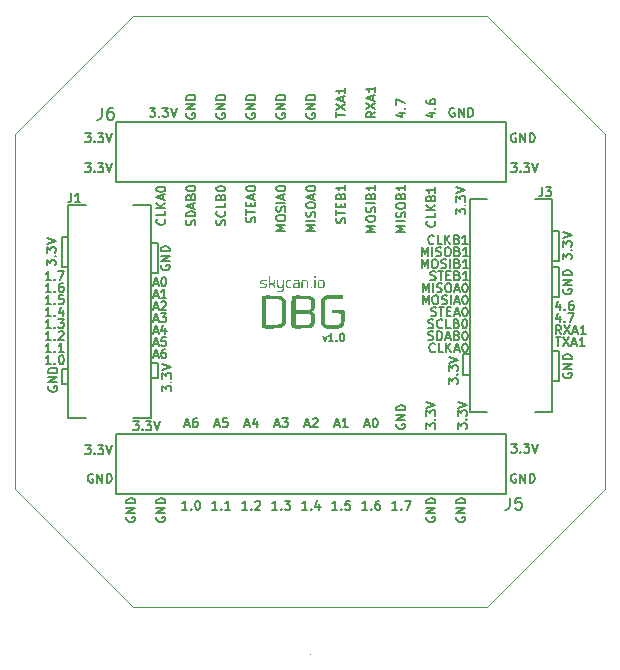
<source format=gto>
G04 (created by PCBNEW (2013-09-06 BZR 4312)-stable) date K 20 nov   2013 22:23:56 EET*
%MOIN*%
G04 Gerber Fmt 3.4, Leading zero omitted, Abs format*
%FSLAX34Y34*%
G01*
G70*
G90*
G04 APERTURE LIST*
%ADD10C,0.000787*%
%ADD11C,0.005000*%
%ADD12C,0.001000*%
%ADD13C,0.007874*%
%ADD14C,0.005906*%
%ADD15C,0.008000*%
%ADD16C,0.000100*%
G04 APERTURE END LIST*
G54D10*
G54D11*
X41707Y-39335D02*
X41892Y-39335D01*
X41792Y-39450D01*
X41835Y-39450D01*
X41864Y-39464D01*
X41878Y-39478D01*
X41892Y-39507D01*
X41892Y-39578D01*
X41878Y-39607D01*
X41864Y-39621D01*
X41835Y-39635D01*
X41750Y-39635D01*
X41721Y-39621D01*
X41707Y-39607D01*
X42021Y-39607D02*
X42035Y-39621D01*
X42021Y-39635D01*
X42007Y-39621D01*
X42021Y-39607D01*
X42021Y-39635D01*
X42135Y-39335D02*
X42321Y-39335D01*
X42221Y-39450D01*
X42264Y-39450D01*
X42292Y-39464D01*
X42307Y-39478D01*
X42321Y-39507D01*
X42321Y-39578D01*
X42307Y-39607D01*
X42292Y-39621D01*
X42264Y-39635D01*
X42178Y-39635D01*
X42150Y-39621D01*
X42135Y-39607D01*
X42407Y-39335D02*
X42507Y-39635D01*
X42607Y-39335D01*
X54021Y-38500D02*
X53992Y-38485D01*
X53950Y-38485D01*
X53907Y-38500D01*
X53878Y-38528D01*
X53864Y-38557D01*
X53850Y-38614D01*
X53850Y-38657D01*
X53864Y-38714D01*
X53878Y-38742D01*
X53907Y-38771D01*
X53950Y-38785D01*
X53978Y-38785D01*
X54021Y-38771D01*
X54035Y-38757D01*
X54035Y-38657D01*
X53978Y-38657D01*
X54164Y-38785D02*
X54164Y-38485D01*
X54335Y-38785D01*
X54335Y-38485D01*
X54478Y-38785D02*
X54478Y-38485D01*
X54550Y-38485D01*
X54592Y-38500D01*
X54621Y-38528D01*
X54635Y-38557D01*
X54650Y-38614D01*
X54650Y-38657D01*
X54635Y-38714D01*
X54621Y-38742D01*
X54592Y-38771D01*
X54550Y-38785D01*
X54478Y-38785D01*
X56071Y-39350D02*
X56042Y-39335D01*
X56000Y-39335D01*
X55957Y-39350D01*
X55928Y-39378D01*
X55914Y-39407D01*
X55900Y-39464D01*
X55900Y-39507D01*
X55914Y-39564D01*
X55928Y-39592D01*
X55957Y-39621D01*
X56000Y-39635D01*
X56028Y-39635D01*
X56071Y-39621D01*
X56085Y-39607D01*
X56085Y-39507D01*
X56028Y-39507D01*
X56214Y-39635D02*
X56214Y-39335D01*
X56385Y-39635D01*
X56385Y-39335D01*
X56528Y-39635D02*
X56528Y-39335D01*
X56600Y-39335D01*
X56642Y-39350D01*
X56671Y-39378D01*
X56685Y-39407D01*
X56700Y-39464D01*
X56700Y-39507D01*
X56685Y-39564D01*
X56671Y-39592D01*
X56642Y-39621D01*
X56600Y-39635D01*
X56528Y-39635D01*
X55907Y-40335D02*
X56092Y-40335D01*
X55992Y-40450D01*
X56035Y-40450D01*
X56064Y-40464D01*
X56078Y-40478D01*
X56092Y-40507D01*
X56092Y-40578D01*
X56078Y-40607D01*
X56064Y-40621D01*
X56035Y-40635D01*
X55950Y-40635D01*
X55921Y-40621D01*
X55907Y-40607D01*
X56221Y-40607D02*
X56235Y-40621D01*
X56221Y-40635D01*
X56207Y-40621D01*
X56221Y-40607D01*
X56221Y-40635D01*
X56335Y-40335D02*
X56521Y-40335D01*
X56421Y-40450D01*
X56464Y-40450D01*
X56492Y-40464D01*
X56507Y-40478D01*
X56521Y-40507D01*
X56521Y-40578D01*
X56507Y-40607D01*
X56492Y-40621D01*
X56464Y-40635D01*
X56378Y-40635D01*
X56350Y-40621D01*
X56335Y-40607D01*
X56607Y-40335D02*
X56707Y-40635D01*
X56807Y-40335D01*
X54085Y-42042D02*
X54085Y-41857D01*
X54200Y-41957D01*
X54200Y-41914D01*
X54214Y-41885D01*
X54228Y-41871D01*
X54257Y-41857D01*
X54328Y-41857D01*
X54357Y-41871D01*
X54371Y-41885D01*
X54385Y-41914D01*
X54385Y-42000D01*
X54371Y-42028D01*
X54357Y-42042D01*
X54357Y-41728D02*
X54371Y-41714D01*
X54385Y-41728D01*
X54371Y-41742D01*
X54357Y-41728D01*
X54385Y-41728D01*
X54085Y-41614D02*
X54085Y-41428D01*
X54200Y-41528D01*
X54200Y-41485D01*
X54214Y-41457D01*
X54228Y-41442D01*
X54257Y-41428D01*
X54328Y-41428D01*
X54357Y-41442D01*
X54371Y-41457D01*
X54385Y-41485D01*
X54385Y-41571D01*
X54371Y-41600D01*
X54357Y-41614D01*
X54085Y-41342D02*
X54385Y-41242D01*
X54085Y-41142D01*
X49100Y-38678D02*
X49085Y-38707D01*
X49085Y-38750D01*
X49100Y-38792D01*
X49128Y-38821D01*
X49157Y-38835D01*
X49214Y-38850D01*
X49257Y-38850D01*
X49314Y-38835D01*
X49342Y-38821D01*
X49371Y-38792D01*
X49385Y-38750D01*
X49385Y-38721D01*
X49371Y-38678D01*
X49357Y-38664D01*
X49257Y-38664D01*
X49257Y-38721D01*
X49385Y-38535D02*
X49085Y-38535D01*
X49385Y-38364D01*
X49085Y-38364D01*
X49385Y-38221D02*
X49085Y-38221D01*
X49085Y-38150D01*
X49100Y-38107D01*
X49128Y-38078D01*
X49157Y-38064D01*
X49214Y-38050D01*
X49257Y-38050D01*
X49314Y-38064D01*
X49342Y-38078D01*
X49371Y-38107D01*
X49385Y-38150D01*
X49385Y-38221D01*
X48100Y-38678D02*
X48085Y-38707D01*
X48085Y-38750D01*
X48100Y-38792D01*
X48128Y-38821D01*
X48157Y-38835D01*
X48214Y-38850D01*
X48257Y-38850D01*
X48314Y-38835D01*
X48342Y-38821D01*
X48371Y-38792D01*
X48385Y-38750D01*
X48385Y-38721D01*
X48371Y-38678D01*
X48357Y-38664D01*
X48257Y-38664D01*
X48257Y-38721D01*
X48385Y-38535D02*
X48085Y-38535D01*
X48385Y-38364D01*
X48085Y-38364D01*
X48385Y-38221D02*
X48085Y-38221D01*
X48085Y-38150D01*
X48100Y-38107D01*
X48128Y-38078D01*
X48157Y-38064D01*
X48214Y-38050D01*
X48257Y-38050D01*
X48314Y-38064D01*
X48342Y-38078D01*
X48371Y-38107D01*
X48385Y-38150D01*
X48385Y-38221D01*
X47100Y-38678D02*
X47085Y-38707D01*
X47085Y-38750D01*
X47100Y-38792D01*
X47128Y-38821D01*
X47157Y-38835D01*
X47214Y-38850D01*
X47257Y-38850D01*
X47314Y-38835D01*
X47342Y-38821D01*
X47371Y-38792D01*
X47385Y-38750D01*
X47385Y-38721D01*
X47371Y-38678D01*
X47357Y-38664D01*
X47257Y-38664D01*
X47257Y-38721D01*
X47385Y-38535D02*
X47085Y-38535D01*
X47385Y-38364D01*
X47085Y-38364D01*
X47385Y-38221D02*
X47085Y-38221D01*
X47085Y-38150D01*
X47100Y-38107D01*
X47128Y-38078D01*
X47157Y-38064D01*
X47214Y-38050D01*
X47257Y-38050D01*
X47314Y-38064D01*
X47342Y-38078D01*
X47371Y-38107D01*
X47385Y-38150D01*
X47385Y-38221D01*
X46100Y-38678D02*
X46085Y-38707D01*
X46085Y-38750D01*
X46100Y-38792D01*
X46128Y-38821D01*
X46157Y-38835D01*
X46214Y-38850D01*
X46257Y-38850D01*
X46314Y-38835D01*
X46342Y-38821D01*
X46371Y-38792D01*
X46385Y-38750D01*
X46385Y-38721D01*
X46371Y-38678D01*
X46357Y-38664D01*
X46257Y-38664D01*
X46257Y-38721D01*
X46385Y-38535D02*
X46085Y-38535D01*
X46385Y-38364D01*
X46085Y-38364D01*
X46385Y-38221D02*
X46085Y-38221D01*
X46085Y-38150D01*
X46100Y-38107D01*
X46128Y-38078D01*
X46157Y-38064D01*
X46214Y-38050D01*
X46257Y-38050D01*
X46314Y-38064D01*
X46342Y-38078D01*
X46371Y-38107D01*
X46385Y-38150D01*
X46385Y-38221D01*
X45100Y-38678D02*
X45085Y-38707D01*
X45085Y-38750D01*
X45100Y-38792D01*
X45128Y-38821D01*
X45157Y-38835D01*
X45214Y-38850D01*
X45257Y-38850D01*
X45314Y-38835D01*
X45342Y-38821D01*
X45371Y-38792D01*
X45385Y-38750D01*
X45385Y-38721D01*
X45371Y-38678D01*
X45357Y-38664D01*
X45257Y-38664D01*
X45257Y-38721D01*
X45385Y-38535D02*
X45085Y-38535D01*
X45385Y-38364D01*
X45085Y-38364D01*
X45385Y-38221D02*
X45085Y-38221D01*
X45085Y-38150D01*
X45100Y-38107D01*
X45128Y-38078D01*
X45157Y-38064D01*
X45214Y-38050D01*
X45257Y-38050D01*
X45314Y-38064D01*
X45342Y-38078D01*
X45371Y-38107D01*
X45385Y-38150D01*
X45385Y-38221D01*
X43857Y-38485D02*
X44042Y-38485D01*
X43942Y-38600D01*
X43985Y-38600D01*
X44014Y-38614D01*
X44028Y-38628D01*
X44042Y-38657D01*
X44042Y-38728D01*
X44028Y-38757D01*
X44014Y-38771D01*
X43985Y-38785D01*
X43900Y-38785D01*
X43871Y-38771D01*
X43857Y-38757D01*
X44171Y-38757D02*
X44185Y-38771D01*
X44171Y-38785D01*
X44157Y-38771D01*
X44171Y-38757D01*
X44171Y-38785D01*
X44285Y-38485D02*
X44471Y-38485D01*
X44371Y-38600D01*
X44414Y-38600D01*
X44442Y-38614D01*
X44457Y-38628D01*
X44471Y-38657D01*
X44471Y-38728D01*
X44457Y-38757D01*
X44442Y-38771D01*
X44414Y-38785D01*
X44328Y-38785D01*
X44300Y-38771D01*
X44285Y-38757D01*
X44557Y-38485D02*
X44657Y-38785D01*
X44757Y-38485D01*
X41707Y-40335D02*
X41892Y-40335D01*
X41792Y-40450D01*
X41835Y-40450D01*
X41864Y-40464D01*
X41878Y-40478D01*
X41892Y-40507D01*
X41892Y-40578D01*
X41878Y-40607D01*
X41864Y-40621D01*
X41835Y-40635D01*
X41750Y-40635D01*
X41721Y-40621D01*
X41707Y-40607D01*
X42021Y-40607D02*
X42035Y-40621D01*
X42021Y-40635D01*
X42007Y-40621D01*
X42021Y-40607D01*
X42021Y-40635D01*
X42135Y-40335D02*
X42321Y-40335D01*
X42221Y-40450D01*
X42264Y-40450D01*
X42292Y-40464D01*
X42307Y-40478D01*
X42321Y-40507D01*
X42321Y-40578D01*
X42307Y-40607D01*
X42292Y-40621D01*
X42264Y-40635D01*
X42178Y-40635D01*
X42150Y-40621D01*
X42135Y-40607D01*
X42407Y-40335D02*
X42507Y-40635D01*
X42607Y-40335D01*
X50085Y-38800D02*
X50085Y-38628D01*
X50385Y-38714D02*
X50085Y-38714D01*
X50085Y-38557D02*
X50385Y-38357D01*
X50085Y-38357D02*
X50385Y-38557D01*
X50300Y-38257D02*
X50300Y-38114D01*
X50385Y-38285D02*
X50085Y-38185D01*
X50385Y-38085D01*
X50385Y-37828D02*
X50385Y-38000D01*
X50385Y-37914D02*
X50085Y-37914D01*
X50128Y-37942D01*
X50157Y-37971D01*
X50171Y-38000D01*
X51385Y-38621D02*
X51242Y-38721D01*
X51385Y-38792D02*
X51085Y-38792D01*
X51085Y-38678D01*
X51100Y-38649D01*
X51114Y-38635D01*
X51142Y-38621D01*
X51185Y-38621D01*
X51214Y-38635D01*
X51228Y-38649D01*
X51242Y-38678D01*
X51242Y-38792D01*
X51085Y-38521D02*
X51385Y-38321D01*
X51085Y-38321D02*
X51385Y-38521D01*
X51300Y-38221D02*
X51300Y-38078D01*
X51385Y-38250D02*
X51085Y-38150D01*
X51385Y-38050D01*
X51385Y-37792D02*
X51385Y-37964D01*
X51385Y-37878D02*
X51085Y-37878D01*
X51128Y-37907D01*
X51157Y-37935D01*
X51171Y-37964D01*
X52185Y-38657D02*
X52385Y-38657D01*
X52071Y-38728D02*
X52285Y-38799D01*
X52285Y-38614D01*
X52357Y-38499D02*
X52371Y-38485D01*
X52385Y-38499D01*
X52371Y-38514D01*
X52357Y-38499D01*
X52385Y-38499D01*
X52085Y-38385D02*
X52085Y-38185D01*
X52385Y-38314D01*
X53185Y-38657D02*
X53385Y-38657D01*
X53071Y-38728D02*
X53285Y-38799D01*
X53285Y-38614D01*
X53357Y-38499D02*
X53371Y-38485D01*
X53385Y-38499D01*
X53371Y-38514D01*
X53357Y-38499D01*
X53385Y-38499D01*
X53085Y-38228D02*
X53085Y-38285D01*
X53100Y-38314D01*
X53114Y-38328D01*
X53157Y-38357D01*
X53214Y-38371D01*
X53328Y-38371D01*
X53357Y-38357D01*
X53371Y-38342D01*
X53385Y-38314D01*
X53385Y-38257D01*
X53371Y-38228D01*
X53357Y-38214D01*
X53328Y-38200D01*
X53257Y-38200D01*
X53228Y-38214D01*
X53214Y-38228D01*
X53200Y-38257D01*
X53200Y-38314D01*
X53214Y-38342D01*
X53228Y-38357D01*
X53257Y-38371D01*
X44357Y-42200D02*
X44371Y-42214D01*
X44385Y-42257D01*
X44385Y-42285D01*
X44371Y-42328D01*
X44342Y-42357D01*
X44314Y-42371D01*
X44257Y-42385D01*
X44214Y-42385D01*
X44157Y-42371D01*
X44128Y-42357D01*
X44100Y-42328D01*
X44085Y-42285D01*
X44085Y-42257D01*
X44100Y-42214D01*
X44114Y-42200D01*
X44385Y-41928D02*
X44385Y-42071D01*
X44085Y-42071D01*
X44385Y-41828D02*
X44085Y-41828D01*
X44385Y-41657D02*
X44214Y-41785D01*
X44085Y-41657D02*
X44257Y-41828D01*
X44300Y-41542D02*
X44300Y-41400D01*
X44385Y-41571D02*
X44085Y-41471D01*
X44385Y-41371D01*
X44085Y-41214D02*
X44085Y-41185D01*
X44100Y-41157D01*
X44114Y-41142D01*
X44142Y-41128D01*
X44200Y-41114D01*
X44271Y-41114D01*
X44328Y-41128D01*
X44357Y-41142D01*
X44371Y-41157D01*
X44385Y-41185D01*
X44385Y-41214D01*
X44371Y-41242D01*
X44357Y-41257D01*
X44328Y-41271D01*
X44271Y-41285D01*
X44200Y-41285D01*
X44142Y-41271D01*
X44114Y-41257D01*
X44100Y-41242D01*
X44085Y-41214D01*
X45371Y-42407D02*
X45385Y-42364D01*
X45385Y-42292D01*
X45371Y-42264D01*
X45357Y-42249D01*
X45328Y-42235D01*
X45300Y-42235D01*
X45271Y-42249D01*
X45257Y-42264D01*
X45242Y-42292D01*
X45228Y-42349D01*
X45214Y-42378D01*
X45200Y-42392D01*
X45171Y-42407D01*
X45142Y-42407D01*
X45114Y-42392D01*
X45100Y-42378D01*
X45085Y-42349D01*
X45085Y-42278D01*
X45100Y-42235D01*
X45385Y-42107D02*
X45085Y-42107D01*
X45085Y-42035D01*
X45100Y-41992D01*
X45128Y-41964D01*
X45157Y-41950D01*
X45214Y-41935D01*
X45257Y-41935D01*
X45314Y-41950D01*
X45342Y-41964D01*
X45371Y-41992D01*
X45385Y-42035D01*
X45385Y-42107D01*
X45300Y-41821D02*
X45300Y-41678D01*
X45385Y-41850D02*
X45085Y-41750D01*
X45385Y-41650D01*
X45228Y-41449D02*
X45242Y-41407D01*
X45257Y-41392D01*
X45285Y-41378D01*
X45328Y-41378D01*
X45357Y-41392D01*
X45371Y-41407D01*
X45385Y-41435D01*
X45385Y-41549D01*
X45085Y-41549D01*
X45085Y-41449D01*
X45100Y-41421D01*
X45114Y-41407D01*
X45142Y-41392D01*
X45171Y-41392D01*
X45200Y-41407D01*
X45214Y-41421D01*
X45228Y-41449D01*
X45228Y-41549D01*
X45085Y-41192D02*
X45085Y-41164D01*
X45100Y-41135D01*
X45114Y-41121D01*
X45142Y-41107D01*
X45200Y-41092D01*
X45271Y-41092D01*
X45328Y-41107D01*
X45357Y-41121D01*
X45371Y-41135D01*
X45385Y-41164D01*
X45385Y-41192D01*
X45371Y-41221D01*
X45357Y-41235D01*
X45328Y-41249D01*
X45271Y-41264D01*
X45200Y-41264D01*
X45142Y-41249D01*
X45114Y-41235D01*
X45100Y-41221D01*
X45085Y-41192D01*
X46371Y-42399D02*
X46385Y-42357D01*
X46385Y-42285D01*
X46371Y-42257D01*
X46357Y-42242D01*
X46328Y-42228D01*
X46300Y-42228D01*
X46271Y-42242D01*
X46257Y-42257D01*
X46242Y-42285D01*
X46228Y-42342D01*
X46214Y-42371D01*
X46200Y-42385D01*
X46171Y-42399D01*
X46142Y-42399D01*
X46114Y-42385D01*
X46100Y-42371D01*
X46085Y-42342D01*
X46085Y-42271D01*
X46100Y-42228D01*
X46357Y-41928D02*
X46371Y-41942D01*
X46385Y-41985D01*
X46385Y-42014D01*
X46371Y-42057D01*
X46342Y-42085D01*
X46314Y-42099D01*
X46257Y-42114D01*
X46214Y-42114D01*
X46157Y-42099D01*
X46128Y-42085D01*
X46100Y-42057D01*
X46085Y-42014D01*
X46085Y-41985D01*
X46100Y-41942D01*
X46114Y-41928D01*
X46385Y-41657D02*
X46385Y-41799D01*
X46085Y-41799D01*
X46228Y-41457D02*
X46242Y-41414D01*
X46257Y-41400D01*
X46285Y-41385D01*
X46328Y-41385D01*
X46357Y-41400D01*
X46371Y-41414D01*
X46385Y-41442D01*
X46385Y-41557D01*
X46085Y-41557D01*
X46085Y-41457D01*
X46100Y-41428D01*
X46114Y-41414D01*
X46142Y-41400D01*
X46171Y-41400D01*
X46200Y-41414D01*
X46214Y-41428D01*
X46228Y-41457D01*
X46228Y-41557D01*
X46085Y-41200D02*
X46085Y-41171D01*
X46100Y-41142D01*
X46114Y-41128D01*
X46142Y-41114D01*
X46200Y-41100D01*
X46271Y-41100D01*
X46328Y-41114D01*
X46357Y-41128D01*
X46371Y-41142D01*
X46385Y-41171D01*
X46385Y-41200D01*
X46371Y-41228D01*
X46357Y-41242D01*
X46328Y-41257D01*
X46271Y-41271D01*
X46200Y-41271D01*
X46142Y-41257D01*
X46114Y-41242D01*
X46100Y-41228D01*
X46085Y-41200D01*
X47371Y-42307D02*
X47385Y-42264D01*
X47385Y-42192D01*
X47371Y-42164D01*
X47357Y-42149D01*
X47328Y-42135D01*
X47300Y-42135D01*
X47271Y-42149D01*
X47257Y-42164D01*
X47242Y-42192D01*
X47228Y-42249D01*
X47214Y-42278D01*
X47200Y-42292D01*
X47171Y-42307D01*
X47142Y-42307D01*
X47114Y-42292D01*
X47100Y-42278D01*
X47085Y-42249D01*
X47085Y-42178D01*
X47100Y-42135D01*
X47085Y-42050D02*
X47085Y-41878D01*
X47385Y-41964D02*
X47085Y-41964D01*
X47228Y-41778D02*
X47228Y-41678D01*
X47385Y-41635D02*
X47385Y-41778D01*
X47085Y-41778D01*
X47085Y-41635D01*
X47300Y-41521D02*
X47300Y-41378D01*
X47385Y-41550D02*
X47085Y-41450D01*
X47385Y-41350D01*
X47085Y-41192D02*
X47085Y-41164D01*
X47100Y-41135D01*
X47114Y-41121D01*
X47142Y-41107D01*
X47200Y-41092D01*
X47271Y-41092D01*
X47328Y-41107D01*
X47357Y-41121D01*
X47371Y-41135D01*
X47385Y-41164D01*
X47385Y-41192D01*
X47371Y-41221D01*
X47357Y-41235D01*
X47328Y-41249D01*
X47271Y-41264D01*
X47200Y-41264D01*
X47142Y-41249D01*
X47114Y-41235D01*
X47100Y-41221D01*
X47085Y-41192D01*
X48385Y-42592D02*
X48085Y-42592D01*
X48300Y-42492D01*
X48085Y-42392D01*
X48385Y-42392D01*
X48085Y-42192D02*
X48085Y-42135D01*
X48100Y-42107D01*
X48128Y-42078D01*
X48185Y-42064D01*
X48285Y-42064D01*
X48342Y-42078D01*
X48371Y-42107D01*
X48385Y-42135D01*
X48385Y-42192D01*
X48371Y-42221D01*
X48342Y-42249D01*
X48285Y-42264D01*
X48185Y-42264D01*
X48128Y-42249D01*
X48100Y-42221D01*
X48085Y-42192D01*
X48371Y-41949D02*
X48385Y-41907D01*
X48385Y-41835D01*
X48371Y-41807D01*
X48357Y-41792D01*
X48328Y-41778D01*
X48300Y-41778D01*
X48271Y-41792D01*
X48257Y-41807D01*
X48242Y-41835D01*
X48228Y-41892D01*
X48214Y-41921D01*
X48200Y-41935D01*
X48171Y-41949D01*
X48142Y-41949D01*
X48114Y-41935D01*
X48100Y-41921D01*
X48085Y-41892D01*
X48085Y-41821D01*
X48100Y-41778D01*
X48385Y-41649D02*
X48085Y-41649D01*
X48300Y-41521D02*
X48300Y-41378D01*
X48385Y-41550D02*
X48085Y-41450D01*
X48385Y-41350D01*
X48085Y-41192D02*
X48085Y-41164D01*
X48100Y-41135D01*
X48114Y-41121D01*
X48142Y-41107D01*
X48200Y-41092D01*
X48271Y-41092D01*
X48328Y-41107D01*
X48357Y-41121D01*
X48371Y-41135D01*
X48385Y-41164D01*
X48385Y-41192D01*
X48371Y-41221D01*
X48357Y-41235D01*
X48328Y-41249D01*
X48271Y-41264D01*
X48200Y-41264D01*
X48142Y-41249D01*
X48114Y-41235D01*
X48100Y-41221D01*
X48085Y-41192D01*
X49385Y-42592D02*
X49085Y-42592D01*
X49300Y-42492D01*
X49085Y-42392D01*
X49385Y-42392D01*
X49385Y-42249D02*
X49085Y-42249D01*
X49371Y-42121D02*
X49385Y-42078D01*
X49385Y-42007D01*
X49371Y-41978D01*
X49357Y-41964D01*
X49328Y-41950D01*
X49300Y-41950D01*
X49271Y-41964D01*
X49257Y-41978D01*
X49242Y-42007D01*
X49228Y-42064D01*
X49214Y-42092D01*
X49200Y-42107D01*
X49171Y-42121D01*
X49142Y-42121D01*
X49114Y-42107D01*
X49100Y-42092D01*
X49085Y-42064D01*
X49085Y-41992D01*
X49100Y-41950D01*
X49085Y-41764D02*
X49085Y-41707D01*
X49100Y-41678D01*
X49128Y-41650D01*
X49185Y-41635D01*
X49285Y-41635D01*
X49342Y-41650D01*
X49371Y-41678D01*
X49385Y-41707D01*
X49385Y-41764D01*
X49371Y-41792D01*
X49342Y-41821D01*
X49285Y-41835D01*
X49185Y-41835D01*
X49128Y-41821D01*
X49100Y-41792D01*
X49085Y-41764D01*
X49300Y-41521D02*
X49300Y-41378D01*
X49385Y-41550D02*
X49085Y-41450D01*
X49385Y-41350D01*
X49085Y-41192D02*
X49085Y-41164D01*
X49100Y-41135D01*
X49114Y-41121D01*
X49142Y-41107D01*
X49200Y-41092D01*
X49271Y-41092D01*
X49328Y-41107D01*
X49357Y-41121D01*
X49371Y-41135D01*
X49385Y-41164D01*
X49385Y-41192D01*
X49371Y-41221D01*
X49357Y-41235D01*
X49328Y-41249D01*
X49271Y-41264D01*
X49200Y-41264D01*
X49142Y-41249D01*
X49114Y-41235D01*
X49100Y-41221D01*
X49085Y-41192D01*
X50371Y-42328D02*
X50385Y-42285D01*
X50385Y-42214D01*
X50371Y-42185D01*
X50357Y-42171D01*
X50328Y-42157D01*
X50300Y-42157D01*
X50271Y-42171D01*
X50257Y-42185D01*
X50242Y-42214D01*
X50228Y-42271D01*
X50214Y-42300D01*
X50200Y-42314D01*
X50171Y-42328D01*
X50142Y-42328D01*
X50114Y-42314D01*
X50100Y-42300D01*
X50085Y-42271D01*
X50085Y-42200D01*
X50100Y-42157D01*
X50085Y-42071D02*
X50085Y-41900D01*
X50385Y-41985D02*
X50085Y-41985D01*
X50228Y-41800D02*
X50228Y-41700D01*
X50385Y-41657D02*
X50385Y-41800D01*
X50085Y-41800D01*
X50085Y-41657D01*
X50228Y-41428D02*
X50242Y-41385D01*
X50257Y-41371D01*
X50285Y-41357D01*
X50328Y-41357D01*
X50357Y-41371D01*
X50371Y-41385D01*
X50385Y-41414D01*
X50385Y-41528D01*
X50085Y-41528D01*
X50085Y-41428D01*
X50100Y-41400D01*
X50114Y-41385D01*
X50142Y-41371D01*
X50171Y-41371D01*
X50200Y-41385D01*
X50214Y-41400D01*
X50228Y-41428D01*
X50228Y-41528D01*
X50385Y-41071D02*
X50385Y-41242D01*
X50385Y-41157D02*
X50085Y-41157D01*
X50128Y-41185D01*
X50157Y-41214D01*
X50171Y-41242D01*
X51385Y-42614D02*
X51085Y-42614D01*
X51300Y-42514D01*
X51085Y-42414D01*
X51385Y-42414D01*
X51085Y-42214D02*
X51085Y-42157D01*
X51100Y-42128D01*
X51128Y-42100D01*
X51185Y-42085D01*
X51285Y-42085D01*
X51342Y-42100D01*
X51371Y-42128D01*
X51385Y-42157D01*
X51385Y-42214D01*
X51371Y-42242D01*
X51342Y-42271D01*
X51285Y-42285D01*
X51185Y-42285D01*
X51128Y-42271D01*
X51100Y-42242D01*
X51085Y-42214D01*
X51371Y-41971D02*
X51385Y-41928D01*
X51385Y-41857D01*
X51371Y-41828D01*
X51357Y-41814D01*
X51328Y-41800D01*
X51300Y-41800D01*
X51271Y-41814D01*
X51257Y-41828D01*
X51242Y-41857D01*
X51228Y-41914D01*
X51214Y-41942D01*
X51200Y-41957D01*
X51171Y-41971D01*
X51142Y-41971D01*
X51114Y-41957D01*
X51100Y-41942D01*
X51085Y-41914D01*
X51085Y-41842D01*
X51100Y-41800D01*
X51385Y-41671D02*
X51085Y-41671D01*
X51228Y-41428D02*
X51242Y-41385D01*
X51257Y-41371D01*
X51285Y-41357D01*
X51328Y-41357D01*
X51357Y-41371D01*
X51371Y-41385D01*
X51385Y-41414D01*
X51385Y-41528D01*
X51085Y-41528D01*
X51085Y-41428D01*
X51100Y-41400D01*
X51114Y-41385D01*
X51142Y-41371D01*
X51171Y-41371D01*
X51200Y-41385D01*
X51214Y-41400D01*
X51228Y-41428D01*
X51228Y-41528D01*
X51385Y-41071D02*
X51385Y-41242D01*
X51385Y-41157D02*
X51085Y-41157D01*
X51128Y-41185D01*
X51157Y-41214D01*
X51171Y-41242D01*
X52385Y-42614D02*
X52085Y-42614D01*
X52300Y-42514D01*
X52085Y-42414D01*
X52385Y-42414D01*
X52385Y-42271D02*
X52085Y-42271D01*
X52371Y-42142D02*
X52385Y-42100D01*
X52385Y-42028D01*
X52371Y-42000D01*
X52357Y-41985D01*
X52328Y-41971D01*
X52300Y-41971D01*
X52271Y-41985D01*
X52257Y-42000D01*
X52242Y-42028D01*
X52228Y-42085D01*
X52214Y-42114D01*
X52200Y-42128D01*
X52171Y-42142D01*
X52142Y-42142D01*
X52114Y-42128D01*
X52100Y-42114D01*
X52085Y-42085D01*
X52085Y-42014D01*
X52100Y-41971D01*
X52085Y-41785D02*
X52085Y-41728D01*
X52100Y-41700D01*
X52128Y-41671D01*
X52185Y-41657D01*
X52285Y-41657D01*
X52342Y-41671D01*
X52371Y-41700D01*
X52385Y-41728D01*
X52385Y-41785D01*
X52371Y-41814D01*
X52342Y-41842D01*
X52285Y-41857D01*
X52185Y-41857D01*
X52128Y-41842D01*
X52100Y-41814D01*
X52085Y-41785D01*
X52228Y-41428D02*
X52242Y-41385D01*
X52257Y-41371D01*
X52285Y-41357D01*
X52328Y-41357D01*
X52357Y-41371D01*
X52371Y-41385D01*
X52385Y-41414D01*
X52385Y-41528D01*
X52085Y-41528D01*
X52085Y-41428D01*
X52100Y-41400D01*
X52114Y-41385D01*
X52142Y-41371D01*
X52171Y-41371D01*
X52200Y-41385D01*
X52214Y-41400D01*
X52228Y-41428D01*
X52228Y-41528D01*
X52385Y-41071D02*
X52385Y-41242D01*
X52385Y-41157D02*
X52085Y-41157D01*
X52128Y-41185D01*
X52157Y-41214D01*
X52171Y-41242D01*
X53357Y-42271D02*
X53371Y-42285D01*
X53385Y-42328D01*
X53385Y-42357D01*
X53371Y-42399D01*
X53342Y-42428D01*
X53314Y-42442D01*
X53257Y-42457D01*
X53214Y-42457D01*
X53157Y-42442D01*
X53128Y-42428D01*
X53100Y-42399D01*
X53085Y-42357D01*
X53085Y-42328D01*
X53100Y-42285D01*
X53114Y-42271D01*
X53385Y-41999D02*
X53385Y-42142D01*
X53085Y-42142D01*
X53385Y-41899D02*
X53085Y-41899D01*
X53385Y-41728D02*
X53214Y-41857D01*
X53085Y-41728D02*
X53257Y-41899D01*
X53228Y-41499D02*
X53242Y-41457D01*
X53257Y-41442D01*
X53285Y-41428D01*
X53328Y-41428D01*
X53357Y-41442D01*
X53371Y-41457D01*
X53385Y-41485D01*
X53385Y-41599D01*
X53085Y-41599D01*
X53085Y-41499D01*
X53100Y-41471D01*
X53114Y-41457D01*
X53142Y-41442D01*
X53171Y-41442D01*
X53200Y-41457D01*
X53214Y-41471D01*
X53228Y-41499D01*
X53228Y-41599D01*
X53385Y-41142D02*
X53385Y-41314D01*
X53385Y-41228D02*
X53085Y-41228D01*
X53128Y-41257D01*
X53157Y-41285D01*
X53171Y-41314D01*
X41971Y-50700D02*
X41942Y-50685D01*
X41900Y-50685D01*
X41857Y-50700D01*
X41828Y-50728D01*
X41814Y-50757D01*
X41800Y-50814D01*
X41800Y-50857D01*
X41814Y-50914D01*
X41828Y-50942D01*
X41857Y-50971D01*
X41900Y-50985D01*
X41928Y-50985D01*
X41971Y-50971D01*
X41985Y-50957D01*
X41985Y-50857D01*
X41928Y-50857D01*
X42114Y-50985D02*
X42114Y-50685D01*
X42285Y-50985D01*
X42285Y-50685D01*
X42428Y-50985D02*
X42428Y-50685D01*
X42500Y-50685D01*
X42542Y-50700D01*
X42571Y-50728D01*
X42585Y-50757D01*
X42600Y-50814D01*
X42600Y-50857D01*
X42585Y-50914D01*
X42571Y-50942D01*
X42542Y-50971D01*
X42500Y-50985D01*
X42428Y-50985D01*
X41707Y-49735D02*
X41892Y-49735D01*
X41792Y-49850D01*
X41835Y-49850D01*
X41864Y-49864D01*
X41878Y-49878D01*
X41892Y-49907D01*
X41892Y-49978D01*
X41878Y-50007D01*
X41864Y-50021D01*
X41835Y-50035D01*
X41750Y-50035D01*
X41721Y-50021D01*
X41707Y-50007D01*
X42021Y-50007D02*
X42035Y-50021D01*
X42021Y-50035D01*
X42007Y-50021D01*
X42021Y-50007D01*
X42021Y-50035D01*
X42135Y-49735D02*
X42321Y-49735D01*
X42221Y-49850D01*
X42264Y-49850D01*
X42292Y-49864D01*
X42307Y-49878D01*
X42321Y-49907D01*
X42321Y-49978D01*
X42307Y-50007D01*
X42292Y-50021D01*
X42264Y-50035D01*
X42178Y-50035D01*
X42150Y-50021D01*
X42135Y-50007D01*
X42407Y-49735D02*
X42507Y-50035D01*
X42607Y-49735D01*
X43307Y-48935D02*
X43492Y-48935D01*
X43392Y-49050D01*
X43435Y-49050D01*
X43464Y-49064D01*
X43478Y-49078D01*
X43492Y-49107D01*
X43492Y-49178D01*
X43478Y-49207D01*
X43464Y-49221D01*
X43435Y-49235D01*
X43350Y-49235D01*
X43321Y-49221D01*
X43307Y-49207D01*
X43621Y-49207D02*
X43635Y-49221D01*
X43621Y-49235D01*
X43607Y-49221D01*
X43621Y-49207D01*
X43621Y-49235D01*
X43735Y-48935D02*
X43921Y-48935D01*
X43821Y-49050D01*
X43864Y-49050D01*
X43892Y-49064D01*
X43907Y-49078D01*
X43921Y-49107D01*
X43921Y-49178D01*
X43907Y-49207D01*
X43892Y-49221D01*
X43864Y-49235D01*
X43778Y-49235D01*
X43750Y-49221D01*
X43735Y-49207D01*
X44007Y-48935D02*
X44107Y-49235D01*
X44207Y-48935D01*
X43100Y-52128D02*
X43085Y-52157D01*
X43085Y-52200D01*
X43100Y-52242D01*
X43128Y-52271D01*
X43157Y-52285D01*
X43214Y-52300D01*
X43257Y-52300D01*
X43314Y-52285D01*
X43342Y-52271D01*
X43371Y-52242D01*
X43385Y-52200D01*
X43385Y-52171D01*
X43371Y-52128D01*
X43357Y-52114D01*
X43257Y-52114D01*
X43257Y-52171D01*
X43385Y-51985D02*
X43085Y-51985D01*
X43385Y-51814D01*
X43085Y-51814D01*
X43385Y-51671D02*
X43085Y-51671D01*
X43085Y-51600D01*
X43100Y-51557D01*
X43128Y-51528D01*
X43157Y-51514D01*
X43214Y-51500D01*
X43257Y-51500D01*
X43314Y-51514D01*
X43342Y-51528D01*
X43371Y-51557D01*
X43385Y-51600D01*
X43385Y-51671D01*
X44100Y-52128D02*
X44085Y-52157D01*
X44085Y-52200D01*
X44100Y-52242D01*
X44128Y-52271D01*
X44157Y-52285D01*
X44214Y-52300D01*
X44257Y-52300D01*
X44314Y-52285D01*
X44342Y-52271D01*
X44371Y-52242D01*
X44385Y-52200D01*
X44385Y-52171D01*
X44371Y-52128D01*
X44357Y-52114D01*
X44257Y-52114D01*
X44257Y-52171D01*
X44385Y-51985D02*
X44085Y-51985D01*
X44385Y-51814D01*
X44085Y-51814D01*
X44385Y-51671D02*
X44085Y-51671D01*
X44085Y-51600D01*
X44100Y-51557D01*
X44128Y-51528D01*
X44157Y-51514D01*
X44214Y-51500D01*
X44257Y-51500D01*
X44314Y-51514D01*
X44342Y-51528D01*
X44371Y-51557D01*
X44385Y-51600D01*
X44385Y-51671D01*
X52121Y-51885D02*
X51950Y-51885D01*
X52035Y-51885D02*
X52035Y-51585D01*
X52007Y-51628D01*
X51978Y-51657D01*
X51950Y-51671D01*
X52250Y-51857D02*
X52264Y-51871D01*
X52250Y-51885D01*
X52235Y-51871D01*
X52250Y-51857D01*
X52250Y-51885D01*
X52364Y-51585D02*
X52564Y-51585D01*
X52435Y-51885D01*
X51121Y-51885D02*
X50950Y-51885D01*
X51035Y-51885D02*
X51035Y-51585D01*
X51007Y-51628D01*
X50978Y-51657D01*
X50950Y-51671D01*
X51250Y-51857D02*
X51264Y-51871D01*
X51250Y-51885D01*
X51235Y-51871D01*
X51250Y-51857D01*
X51250Y-51885D01*
X51521Y-51585D02*
X51464Y-51585D01*
X51435Y-51600D01*
X51421Y-51614D01*
X51392Y-51657D01*
X51378Y-51714D01*
X51378Y-51828D01*
X51392Y-51857D01*
X51407Y-51871D01*
X51435Y-51885D01*
X51492Y-51885D01*
X51521Y-51871D01*
X51535Y-51857D01*
X51550Y-51828D01*
X51550Y-51757D01*
X51535Y-51728D01*
X51521Y-51714D01*
X51492Y-51700D01*
X51435Y-51700D01*
X51407Y-51714D01*
X51392Y-51728D01*
X51378Y-51757D01*
X50121Y-51885D02*
X49950Y-51885D01*
X50035Y-51885D02*
X50035Y-51585D01*
X50007Y-51628D01*
X49978Y-51657D01*
X49950Y-51671D01*
X50250Y-51857D02*
X50264Y-51871D01*
X50250Y-51885D01*
X50235Y-51871D01*
X50250Y-51857D01*
X50250Y-51885D01*
X50535Y-51585D02*
X50392Y-51585D01*
X50378Y-51728D01*
X50392Y-51714D01*
X50421Y-51700D01*
X50492Y-51700D01*
X50521Y-51714D01*
X50535Y-51728D01*
X50550Y-51757D01*
X50550Y-51828D01*
X50535Y-51857D01*
X50521Y-51871D01*
X50492Y-51885D01*
X50421Y-51885D01*
X50392Y-51871D01*
X50378Y-51857D01*
X49121Y-51885D02*
X48950Y-51885D01*
X49035Y-51885D02*
X49035Y-51585D01*
X49007Y-51628D01*
X48978Y-51657D01*
X48950Y-51671D01*
X49250Y-51857D02*
X49264Y-51871D01*
X49250Y-51885D01*
X49235Y-51871D01*
X49250Y-51857D01*
X49250Y-51885D01*
X49521Y-51685D02*
X49521Y-51885D01*
X49450Y-51571D02*
X49378Y-51785D01*
X49564Y-51785D01*
X48121Y-51885D02*
X47950Y-51885D01*
X48035Y-51885D02*
X48035Y-51585D01*
X48007Y-51628D01*
X47978Y-51657D01*
X47950Y-51671D01*
X48250Y-51857D02*
X48264Y-51871D01*
X48250Y-51885D01*
X48235Y-51871D01*
X48250Y-51857D01*
X48250Y-51885D01*
X48364Y-51585D02*
X48550Y-51585D01*
X48450Y-51700D01*
X48492Y-51700D01*
X48521Y-51714D01*
X48535Y-51728D01*
X48550Y-51757D01*
X48550Y-51828D01*
X48535Y-51857D01*
X48521Y-51871D01*
X48492Y-51885D01*
X48407Y-51885D01*
X48378Y-51871D01*
X48364Y-51857D01*
X47121Y-51885D02*
X46950Y-51885D01*
X47035Y-51885D02*
X47035Y-51585D01*
X47007Y-51628D01*
X46978Y-51657D01*
X46950Y-51671D01*
X47250Y-51857D02*
X47264Y-51871D01*
X47250Y-51885D01*
X47235Y-51871D01*
X47250Y-51857D01*
X47250Y-51885D01*
X47378Y-51614D02*
X47392Y-51600D01*
X47421Y-51585D01*
X47492Y-51585D01*
X47521Y-51600D01*
X47535Y-51614D01*
X47550Y-51642D01*
X47550Y-51671D01*
X47535Y-51714D01*
X47364Y-51885D01*
X47550Y-51885D01*
X46121Y-51885D02*
X45950Y-51885D01*
X46035Y-51885D02*
X46035Y-51585D01*
X46007Y-51628D01*
X45978Y-51657D01*
X45950Y-51671D01*
X46250Y-51857D02*
X46264Y-51871D01*
X46250Y-51885D01*
X46235Y-51871D01*
X46250Y-51857D01*
X46250Y-51885D01*
X46550Y-51885D02*
X46378Y-51885D01*
X46464Y-51885D02*
X46464Y-51585D01*
X46435Y-51628D01*
X46407Y-51657D01*
X46378Y-51671D01*
X45121Y-51885D02*
X44950Y-51885D01*
X45035Y-51885D02*
X45035Y-51585D01*
X45007Y-51628D01*
X44978Y-51657D01*
X44950Y-51671D01*
X45250Y-51857D02*
X45264Y-51871D01*
X45250Y-51885D01*
X45235Y-51871D01*
X45250Y-51857D01*
X45250Y-51885D01*
X45450Y-51585D02*
X45478Y-51585D01*
X45507Y-51600D01*
X45521Y-51614D01*
X45535Y-51642D01*
X45550Y-51700D01*
X45550Y-51771D01*
X45535Y-51828D01*
X45521Y-51857D01*
X45507Y-51871D01*
X45478Y-51885D01*
X45450Y-51885D01*
X45421Y-51871D01*
X45407Y-51857D01*
X45392Y-51828D01*
X45378Y-51771D01*
X45378Y-51700D01*
X45392Y-51642D01*
X45407Y-51614D01*
X45421Y-51600D01*
X45450Y-51585D01*
X55907Y-49685D02*
X56092Y-49685D01*
X55992Y-49800D01*
X56035Y-49800D01*
X56064Y-49814D01*
X56078Y-49828D01*
X56092Y-49857D01*
X56092Y-49928D01*
X56078Y-49957D01*
X56064Y-49971D01*
X56035Y-49985D01*
X55950Y-49985D01*
X55921Y-49971D01*
X55907Y-49957D01*
X56221Y-49957D02*
X56235Y-49971D01*
X56221Y-49985D01*
X56207Y-49971D01*
X56221Y-49957D01*
X56221Y-49985D01*
X56335Y-49685D02*
X56521Y-49685D01*
X56421Y-49800D01*
X56464Y-49800D01*
X56492Y-49814D01*
X56507Y-49828D01*
X56521Y-49857D01*
X56521Y-49928D01*
X56507Y-49957D01*
X56492Y-49971D01*
X56464Y-49985D01*
X56378Y-49985D01*
X56350Y-49971D01*
X56335Y-49957D01*
X56607Y-49685D02*
X56707Y-49985D01*
X56807Y-49685D01*
X56071Y-50700D02*
X56042Y-50685D01*
X56000Y-50685D01*
X55957Y-50700D01*
X55928Y-50728D01*
X55914Y-50757D01*
X55900Y-50814D01*
X55900Y-50857D01*
X55914Y-50914D01*
X55928Y-50942D01*
X55957Y-50971D01*
X56000Y-50985D01*
X56028Y-50985D01*
X56071Y-50971D01*
X56085Y-50957D01*
X56085Y-50857D01*
X56028Y-50857D01*
X56214Y-50985D02*
X56214Y-50685D01*
X56385Y-50985D01*
X56385Y-50685D01*
X56528Y-50985D02*
X56528Y-50685D01*
X56600Y-50685D01*
X56642Y-50700D01*
X56671Y-50728D01*
X56685Y-50757D01*
X56700Y-50814D01*
X56700Y-50857D01*
X56685Y-50914D01*
X56671Y-50942D01*
X56642Y-50971D01*
X56600Y-50985D01*
X56528Y-50985D01*
X54100Y-52128D02*
X54085Y-52157D01*
X54085Y-52200D01*
X54100Y-52242D01*
X54128Y-52271D01*
X54157Y-52285D01*
X54214Y-52300D01*
X54257Y-52300D01*
X54314Y-52285D01*
X54342Y-52271D01*
X54371Y-52242D01*
X54385Y-52200D01*
X54385Y-52171D01*
X54371Y-52128D01*
X54357Y-52114D01*
X54257Y-52114D01*
X54257Y-52171D01*
X54385Y-51985D02*
X54085Y-51985D01*
X54385Y-51814D01*
X54085Y-51814D01*
X54385Y-51671D02*
X54085Y-51671D01*
X54085Y-51600D01*
X54100Y-51557D01*
X54128Y-51528D01*
X54157Y-51514D01*
X54214Y-51500D01*
X54257Y-51500D01*
X54314Y-51514D01*
X54342Y-51528D01*
X54371Y-51557D01*
X54385Y-51600D01*
X54385Y-51671D01*
X53100Y-52128D02*
X53085Y-52157D01*
X53085Y-52200D01*
X53100Y-52242D01*
X53128Y-52271D01*
X53157Y-52285D01*
X53214Y-52300D01*
X53257Y-52300D01*
X53314Y-52285D01*
X53342Y-52271D01*
X53371Y-52242D01*
X53385Y-52200D01*
X53385Y-52171D01*
X53371Y-52128D01*
X53357Y-52114D01*
X53257Y-52114D01*
X53257Y-52171D01*
X53385Y-51985D02*
X53085Y-51985D01*
X53385Y-51814D01*
X53085Y-51814D01*
X53385Y-51671D02*
X53085Y-51671D01*
X53085Y-51600D01*
X53100Y-51557D01*
X53128Y-51528D01*
X53157Y-51514D01*
X53214Y-51500D01*
X53257Y-51500D01*
X53314Y-51514D01*
X53342Y-51528D01*
X53371Y-51557D01*
X53385Y-51600D01*
X53385Y-51671D01*
X54135Y-49192D02*
X54135Y-49007D01*
X54250Y-49107D01*
X54250Y-49064D01*
X54264Y-49035D01*
X54278Y-49021D01*
X54307Y-49007D01*
X54378Y-49007D01*
X54407Y-49021D01*
X54421Y-49035D01*
X54435Y-49064D01*
X54435Y-49150D01*
X54421Y-49178D01*
X54407Y-49192D01*
X54407Y-48878D02*
X54421Y-48864D01*
X54435Y-48878D01*
X54421Y-48892D01*
X54407Y-48878D01*
X54435Y-48878D01*
X54135Y-48764D02*
X54135Y-48578D01*
X54250Y-48678D01*
X54250Y-48635D01*
X54264Y-48607D01*
X54278Y-48592D01*
X54307Y-48578D01*
X54378Y-48578D01*
X54407Y-48592D01*
X54421Y-48607D01*
X54435Y-48635D01*
X54435Y-48721D01*
X54421Y-48750D01*
X54407Y-48764D01*
X54135Y-48492D02*
X54435Y-48392D01*
X54135Y-48292D01*
X53085Y-49192D02*
X53085Y-49007D01*
X53200Y-49107D01*
X53200Y-49064D01*
X53214Y-49035D01*
X53228Y-49021D01*
X53257Y-49007D01*
X53328Y-49007D01*
X53357Y-49021D01*
X53371Y-49035D01*
X53385Y-49064D01*
X53385Y-49150D01*
X53371Y-49178D01*
X53357Y-49192D01*
X53357Y-48878D02*
X53371Y-48864D01*
X53385Y-48878D01*
X53371Y-48892D01*
X53357Y-48878D01*
X53385Y-48878D01*
X53085Y-48764D02*
X53085Y-48578D01*
X53200Y-48678D01*
X53200Y-48635D01*
X53214Y-48607D01*
X53228Y-48592D01*
X53257Y-48578D01*
X53328Y-48578D01*
X53357Y-48592D01*
X53371Y-48607D01*
X53385Y-48635D01*
X53385Y-48721D01*
X53371Y-48750D01*
X53357Y-48764D01*
X53085Y-48492D02*
X53385Y-48392D01*
X53085Y-48292D01*
X52100Y-49028D02*
X52085Y-49057D01*
X52085Y-49100D01*
X52100Y-49142D01*
X52128Y-49171D01*
X52157Y-49185D01*
X52214Y-49200D01*
X52257Y-49200D01*
X52314Y-49185D01*
X52342Y-49171D01*
X52371Y-49142D01*
X52385Y-49100D01*
X52385Y-49071D01*
X52371Y-49028D01*
X52357Y-49014D01*
X52257Y-49014D01*
X52257Y-49071D01*
X52385Y-48885D02*
X52085Y-48885D01*
X52385Y-48714D01*
X52085Y-48714D01*
X52385Y-48571D02*
X52085Y-48571D01*
X52085Y-48500D01*
X52100Y-48457D01*
X52128Y-48428D01*
X52157Y-48414D01*
X52214Y-48400D01*
X52257Y-48400D01*
X52314Y-48414D01*
X52342Y-48428D01*
X52371Y-48457D01*
X52385Y-48500D01*
X52385Y-48571D01*
X51035Y-49050D02*
X51178Y-49050D01*
X51007Y-49135D02*
X51107Y-48835D01*
X51207Y-49135D01*
X51364Y-48835D02*
X51392Y-48835D01*
X51421Y-48850D01*
X51435Y-48864D01*
X51450Y-48892D01*
X51464Y-48950D01*
X51464Y-49021D01*
X51450Y-49078D01*
X51435Y-49107D01*
X51421Y-49121D01*
X51392Y-49135D01*
X51364Y-49135D01*
X51335Y-49121D01*
X51321Y-49107D01*
X51307Y-49078D01*
X51292Y-49021D01*
X51292Y-48950D01*
X51307Y-48892D01*
X51321Y-48864D01*
X51335Y-48850D01*
X51364Y-48835D01*
X50035Y-49050D02*
X50178Y-49050D01*
X50007Y-49135D02*
X50107Y-48835D01*
X50207Y-49135D01*
X50464Y-49135D02*
X50292Y-49135D01*
X50378Y-49135D02*
X50378Y-48835D01*
X50350Y-48878D01*
X50321Y-48907D01*
X50292Y-48921D01*
X49035Y-49050D02*
X49178Y-49050D01*
X49007Y-49135D02*
X49107Y-48835D01*
X49207Y-49135D01*
X49292Y-48864D02*
X49307Y-48850D01*
X49335Y-48835D01*
X49407Y-48835D01*
X49435Y-48850D01*
X49450Y-48864D01*
X49464Y-48892D01*
X49464Y-48921D01*
X49450Y-48964D01*
X49278Y-49135D01*
X49464Y-49135D01*
X48035Y-49050D02*
X48178Y-49050D01*
X48007Y-49135D02*
X48107Y-48835D01*
X48207Y-49135D01*
X48278Y-48835D02*
X48464Y-48835D01*
X48364Y-48950D01*
X48407Y-48950D01*
X48435Y-48964D01*
X48450Y-48978D01*
X48464Y-49007D01*
X48464Y-49078D01*
X48450Y-49107D01*
X48435Y-49121D01*
X48407Y-49135D01*
X48321Y-49135D01*
X48292Y-49121D01*
X48278Y-49107D01*
X47035Y-49050D02*
X47178Y-49050D01*
X47007Y-49135D02*
X47107Y-48835D01*
X47207Y-49135D01*
X47435Y-48935D02*
X47435Y-49135D01*
X47364Y-48821D02*
X47292Y-49035D01*
X47478Y-49035D01*
X46035Y-49050D02*
X46178Y-49050D01*
X46007Y-49135D02*
X46107Y-48835D01*
X46207Y-49135D01*
X46450Y-48835D02*
X46307Y-48835D01*
X46292Y-48978D01*
X46307Y-48964D01*
X46335Y-48950D01*
X46407Y-48950D01*
X46435Y-48964D01*
X46450Y-48978D01*
X46464Y-49007D01*
X46464Y-49078D01*
X46450Y-49107D01*
X46435Y-49121D01*
X46407Y-49135D01*
X46335Y-49135D01*
X46307Y-49121D01*
X46292Y-49107D01*
X45035Y-49050D02*
X45178Y-49050D01*
X45007Y-49135D02*
X45107Y-48835D01*
X45207Y-49135D01*
X45435Y-48835D02*
X45378Y-48835D01*
X45350Y-48850D01*
X45335Y-48864D01*
X45307Y-48907D01*
X45292Y-48964D01*
X45292Y-49078D01*
X45307Y-49107D01*
X45321Y-49121D01*
X45350Y-49135D01*
X45407Y-49135D01*
X45435Y-49121D01*
X45450Y-49107D01*
X45464Y-49078D01*
X45464Y-49007D01*
X45450Y-48978D01*
X45435Y-48964D01*
X45407Y-48950D01*
X45350Y-48950D01*
X45321Y-48964D01*
X45307Y-48978D01*
X45292Y-49007D01*
G54D12*
X49213Y-56692D02*
G75*
G03X49213Y-56692I0J0D01*
G74*
G01*
X49211Y-56692D02*
X49213Y-56692D01*
X49212Y-56691D02*
X49212Y-56693D01*
X43307Y-55118D02*
X39370Y-51181D01*
X55118Y-55118D02*
X43307Y-55118D01*
G54D11*
X57400Y-46135D02*
X57571Y-46135D01*
X57485Y-46435D02*
X57485Y-46135D01*
X57642Y-46135D02*
X57842Y-46435D01*
X57842Y-46135D02*
X57642Y-46435D01*
X57942Y-46350D02*
X58085Y-46350D01*
X57914Y-46435D02*
X58014Y-46135D01*
X58114Y-46435D01*
X58371Y-46435D02*
X58200Y-46435D01*
X58285Y-46435D02*
X58285Y-46135D01*
X58257Y-46178D01*
X58228Y-46207D01*
X58200Y-46221D01*
X57578Y-46035D02*
X57478Y-45892D01*
X57407Y-46035D02*
X57407Y-45735D01*
X57521Y-45735D01*
X57550Y-45750D01*
X57564Y-45764D01*
X57578Y-45792D01*
X57578Y-45835D01*
X57564Y-45864D01*
X57550Y-45878D01*
X57521Y-45892D01*
X57407Y-45892D01*
X57678Y-45735D02*
X57878Y-46035D01*
X57878Y-45735D02*
X57678Y-46035D01*
X57978Y-45950D02*
X58121Y-45950D01*
X57950Y-46035D02*
X58050Y-45735D01*
X58150Y-46035D01*
X58407Y-46035D02*
X58235Y-46035D01*
X58321Y-46035D02*
X58321Y-45735D01*
X58292Y-45778D01*
X58264Y-45807D01*
X58235Y-45821D01*
X57542Y-45435D02*
X57542Y-45635D01*
X57471Y-45321D02*
X57400Y-45535D01*
X57585Y-45535D01*
X57700Y-45607D02*
X57714Y-45621D01*
X57700Y-45635D01*
X57685Y-45621D01*
X57700Y-45607D01*
X57700Y-45635D01*
X57814Y-45335D02*
X58014Y-45335D01*
X57885Y-45635D01*
X57542Y-45035D02*
X57542Y-45235D01*
X57471Y-44921D02*
X57400Y-45135D01*
X57585Y-45135D01*
X57700Y-45207D02*
X57714Y-45221D01*
X57700Y-45235D01*
X57685Y-45221D01*
X57700Y-45207D01*
X57700Y-45235D01*
X57971Y-44935D02*
X57914Y-44935D01*
X57885Y-44950D01*
X57871Y-44964D01*
X57842Y-45007D01*
X57828Y-45064D01*
X57828Y-45178D01*
X57842Y-45207D01*
X57857Y-45221D01*
X57885Y-45235D01*
X57942Y-45235D01*
X57971Y-45221D01*
X57985Y-45207D01*
X58000Y-45178D01*
X58000Y-45107D01*
X57985Y-45078D01*
X57971Y-45064D01*
X57942Y-45050D01*
X57885Y-45050D01*
X57857Y-45064D01*
X57842Y-45078D01*
X57828Y-45107D01*
X53375Y-46607D02*
X53360Y-46621D01*
X53317Y-46635D01*
X53289Y-46635D01*
X53246Y-46621D01*
X53217Y-46592D01*
X53203Y-46564D01*
X53189Y-46507D01*
X53189Y-46464D01*
X53203Y-46407D01*
X53217Y-46378D01*
X53246Y-46350D01*
X53289Y-46335D01*
X53317Y-46335D01*
X53360Y-46350D01*
X53375Y-46364D01*
X53646Y-46635D02*
X53503Y-46635D01*
X53503Y-46335D01*
X53746Y-46635D02*
X53746Y-46335D01*
X53917Y-46635D02*
X53789Y-46464D01*
X53917Y-46335D02*
X53746Y-46507D01*
X54032Y-46550D02*
X54175Y-46550D01*
X54003Y-46635D02*
X54103Y-46335D01*
X54203Y-46635D01*
X54360Y-46335D02*
X54389Y-46335D01*
X54417Y-46350D01*
X54432Y-46364D01*
X54446Y-46392D01*
X54460Y-46450D01*
X54460Y-46521D01*
X54446Y-46578D01*
X54432Y-46607D01*
X54417Y-46621D01*
X54389Y-46635D01*
X54360Y-46635D01*
X54332Y-46621D01*
X54317Y-46607D01*
X54303Y-46578D01*
X54289Y-46521D01*
X54289Y-46450D01*
X54303Y-46392D01*
X54317Y-46364D01*
X54332Y-46350D01*
X54360Y-46335D01*
X53142Y-46221D02*
X53185Y-46235D01*
X53257Y-46235D01*
X53285Y-46221D01*
X53300Y-46207D01*
X53314Y-46178D01*
X53314Y-46150D01*
X53300Y-46121D01*
X53285Y-46107D01*
X53257Y-46092D01*
X53200Y-46078D01*
X53171Y-46064D01*
X53157Y-46050D01*
X53142Y-46021D01*
X53142Y-45992D01*
X53157Y-45964D01*
X53171Y-45950D01*
X53200Y-45935D01*
X53271Y-45935D01*
X53314Y-45950D01*
X53442Y-46235D02*
X53442Y-45935D01*
X53514Y-45935D01*
X53557Y-45950D01*
X53585Y-45978D01*
X53600Y-46007D01*
X53614Y-46064D01*
X53614Y-46107D01*
X53600Y-46164D01*
X53585Y-46192D01*
X53557Y-46221D01*
X53514Y-46235D01*
X53442Y-46235D01*
X53728Y-46150D02*
X53871Y-46150D01*
X53700Y-46235D02*
X53800Y-45935D01*
X53900Y-46235D01*
X54100Y-46078D02*
X54142Y-46092D01*
X54157Y-46107D01*
X54171Y-46135D01*
X54171Y-46178D01*
X54157Y-46207D01*
X54142Y-46221D01*
X54114Y-46235D01*
X54000Y-46235D01*
X54000Y-45935D01*
X54100Y-45935D01*
X54128Y-45950D01*
X54142Y-45964D01*
X54157Y-45992D01*
X54157Y-46021D01*
X54142Y-46050D01*
X54128Y-46064D01*
X54100Y-46078D01*
X54000Y-46078D01*
X54357Y-45935D02*
X54385Y-45935D01*
X54414Y-45950D01*
X54428Y-45964D01*
X54442Y-45992D01*
X54457Y-46050D01*
X54457Y-46121D01*
X54442Y-46178D01*
X54428Y-46207D01*
X54414Y-46221D01*
X54385Y-46235D01*
X54357Y-46235D01*
X54328Y-46221D01*
X54314Y-46207D01*
X54300Y-46178D01*
X54285Y-46121D01*
X54285Y-46050D01*
X54300Y-45992D01*
X54314Y-45964D01*
X54328Y-45950D01*
X54357Y-45935D01*
X53150Y-45821D02*
X53192Y-45835D01*
X53264Y-45835D01*
X53292Y-45821D01*
X53307Y-45807D01*
X53321Y-45778D01*
X53321Y-45750D01*
X53307Y-45721D01*
X53292Y-45707D01*
X53264Y-45692D01*
X53207Y-45678D01*
X53178Y-45664D01*
X53164Y-45650D01*
X53150Y-45621D01*
X53150Y-45592D01*
X53164Y-45564D01*
X53178Y-45550D01*
X53207Y-45535D01*
X53278Y-45535D01*
X53321Y-45550D01*
X53621Y-45807D02*
X53607Y-45821D01*
X53564Y-45835D01*
X53535Y-45835D01*
X53492Y-45821D01*
X53464Y-45792D01*
X53450Y-45764D01*
X53435Y-45707D01*
X53435Y-45664D01*
X53450Y-45607D01*
X53464Y-45578D01*
X53492Y-45550D01*
X53535Y-45535D01*
X53564Y-45535D01*
X53607Y-45550D01*
X53621Y-45564D01*
X53892Y-45835D02*
X53750Y-45835D01*
X53750Y-45535D01*
X54092Y-45678D02*
X54135Y-45692D01*
X54150Y-45707D01*
X54164Y-45735D01*
X54164Y-45778D01*
X54150Y-45807D01*
X54135Y-45821D01*
X54107Y-45835D01*
X53992Y-45835D01*
X53992Y-45535D01*
X54092Y-45535D01*
X54121Y-45550D01*
X54135Y-45564D01*
X54150Y-45592D01*
X54150Y-45621D01*
X54135Y-45650D01*
X54121Y-45664D01*
X54092Y-45678D01*
X53992Y-45678D01*
X54350Y-45535D02*
X54378Y-45535D01*
X54407Y-45550D01*
X54421Y-45564D01*
X54435Y-45592D01*
X54450Y-45650D01*
X54450Y-45721D01*
X54435Y-45778D01*
X54421Y-45807D01*
X54407Y-45821D01*
X54378Y-45835D01*
X54350Y-45835D01*
X54321Y-45821D01*
X54307Y-45807D01*
X54292Y-45778D01*
X54278Y-45721D01*
X54278Y-45650D01*
X54292Y-45592D01*
X54307Y-45564D01*
X54321Y-45550D01*
X54350Y-45535D01*
X53242Y-45421D02*
X53285Y-45435D01*
X53357Y-45435D01*
X53385Y-45421D01*
X53400Y-45407D01*
X53414Y-45378D01*
X53414Y-45350D01*
X53400Y-45321D01*
X53385Y-45307D01*
X53357Y-45292D01*
X53300Y-45278D01*
X53271Y-45264D01*
X53257Y-45250D01*
X53242Y-45221D01*
X53242Y-45192D01*
X53257Y-45164D01*
X53271Y-45150D01*
X53300Y-45135D01*
X53371Y-45135D01*
X53414Y-45150D01*
X53500Y-45135D02*
X53671Y-45135D01*
X53585Y-45435D02*
X53585Y-45135D01*
X53771Y-45278D02*
X53871Y-45278D01*
X53914Y-45435D02*
X53771Y-45435D01*
X53771Y-45135D01*
X53914Y-45135D01*
X54028Y-45350D02*
X54171Y-45350D01*
X54000Y-45435D02*
X54100Y-45135D01*
X54200Y-45435D01*
X54357Y-45135D02*
X54385Y-45135D01*
X54414Y-45150D01*
X54428Y-45164D01*
X54442Y-45192D01*
X54457Y-45250D01*
X54457Y-45321D01*
X54442Y-45378D01*
X54428Y-45407D01*
X54414Y-45421D01*
X54385Y-45435D01*
X54357Y-45435D01*
X54328Y-45421D01*
X54314Y-45407D01*
X54300Y-45378D01*
X54285Y-45321D01*
X54285Y-45250D01*
X54300Y-45192D01*
X54314Y-45164D01*
X54328Y-45150D01*
X54357Y-45135D01*
X52957Y-45035D02*
X52957Y-44735D01*
X53057Y-44950D01*
X53157Y-44735D01*
X53157Y-45035D01*
X53357Y-44735D02*
X53414Y-44735D01*
X53442Y-44750D01*
X53471Y-44778D01*
X53485Y-44835D01*
X53485Y-44935D01*
X53471Y-44992D01*
X53442Y-45021D01*
X53414Y-45035D01*
X53357Y-45035D01*
X53328Y-45021D01*
X53300Y-44992D01*
X53285Y-44935D01*
X53285Y-44835D01*
X53300Y-44778D01*
X53328Y-44750D01*
X53357Y-44735D01*
X53600Y-45021D02*
X53642Y-45035D01*
X53714Y-45035D01*
X53742Y-45021D01*
X53757Y-45007D01*
X53771Y-44978D01*
X53771Y-44950D01*
X53757Y-44921D01*
X53742Y-44907D01*
X53714Y-44892D01*
X53657Y-44878D01*
X53628Y-44864D01*
X53614Y-44850D01*
X53600Y-44821D01*
X53600Y-44792D01*
X53614Y-44764D01*
X53628Y-44750D01*
X53657Y-44735D01*
X53728Y-44735D01*
X53771Y-44750D01*
X53900Y-45035D02*
X53900Y-44735D01*
X54028Y-44950D02*
X54171Y-44950D01*
X54000Y-45035D02*
X54100Y-44735D01*
X54200Y-45035D01*
X54357Y-44735D02*
X54385Y-44735D01*
X54414Y-44750D01*
X54428Y-44764D01*
X54442Y-44792D01*
X54457Y-44850D01*
X54457Y-44921D01*
X54442Y-44978D01*
X54428Y-45007D01*
X54414Y-45021D01*
X54385Y-45035D01*
X54357Y-45035D01*
X54328Y-45021D01*
X54314Y-45007D01*
X54300Y-44978D01*
X54285Y-44921D01*
X54285Y-44850D01*
X54300Y-44792D01*
X54314Y-44764D01*
X54328Y-44750D01*
X54357Y-44735D01*
X52957Y-44635D02*
X52957Y-44335D01*
X53057Y-44550D01*
X53157Y-44335D01*
X53157Y-44635D01*
X53300Y-44635D02*
X53300Y-44335D01*
X53428Y-44621D02*
X53471Y-44635D01*
X53542Y-44635D01*
X53571Y-44621D01*
X53585Y-44607D01*
X53600Y-44578D01*
X53600Y-44550D01*
X53585Y-44521D01*
X53571Y-44507D01*
X53542Y-44492D01*
X53485Y-44478D01*
X53457Y-44464D01*
X53442Y-44450D01*
X53428Y-44421D01*
X53428Y-44392D01*
X53442Y-44364D01*
X53457Y-44350D01*
X53485Y-44335D01*
X53557Y-44335D01*
X53600Y-44350D01*
X53785Y-44335D02*
X53842Y-44335D01*
X53871Y-44350D01*
X53900Y-44378D01*
X53914Y-44435D01*
X53914Y-44535D01*
X53900Y-44592D01*
X53871Y-44621D01*
X53842Y-44635D01*
X53785Y-44635D01*
X53757Y-44621D01*
X53728Y-44592D01*
X53714Y-44535D01*
X53714Y-44435D01*
X53728Y-44378D01*
X53757Y-44350D01*
X53785Y-44335D01*
X54028Y-44550D02*
X54171Y-44550D01*
X54000Y-44635D02*
X54100Y-44335D01*
X54200Y-44635D01*
X54357Y-44335D02*
X54385Y-44335D01*
X54414Y-44350D01*
X54428Y-44364D01*
X54442Y-44392D01*
X54457Y-44450D01*
X54457Y-44521D01*
X54442Y-44578D01*
X54428Y-44607D01*
X54414Y-44621D01*
X54385Y-44635D01*
X54357Y-44635D01*
X54328Y-44621D01*
X54314Y-44607D01*
X54300Y-44578D01*
X54285Y-44521D01*
X54285Y-44450D01*
X54300Y-44392D01*
X54314Y-44364D01*
X54328Y-44350D01*
X54357Y-44335D01*
X53221Y-44221D02*
X53264Y-44235D01*
X53335Y-44235D01*
X53364Y-44221D01*
X53378Y-44207D01*
X53392Y-44178D01*
X53392Y-44150D01*
X53378Y-44121D01*
X53364Y-44107D01*
X53335Y-44092D01*
X53278Y-44078D01*
X53250Y-44064D01*
X53235Y-44050D01*
X53221Y-44021D01*
X53221Y-43992D01*
X53235Y-43964D01*
X53250Y-43950D01*
X53278Y-43935D01*
X53350Y-43935D01*
X53392Y-43950D01*
X53478Y-43935D02*
X53650Y-43935D01*
X53564Y-44235D02*
X53564Y-43935D01*
X53750Y-44078D02*
X53850Y-44078D01*
X53892Y-44235D02*
X53750Y-44235D01*
X53750Y-43935D01*
X53892Y-43935D01*
X54121Y-44078D02*
X54164Y-44092D01*
X54178Y-44107D01*
X54192Y-44135D01*
X54192Y-44178D01*
X54178Y-44207D01*
X54164Y-44221D01*
X54135Y-44235D01*
X54021Y-44235D01*
X54021Y-43935D01*
X54121Y-43935D01*
X54150Y-43950D01*
X54164Y-43964D01*
X54178Y-43992D01*
X54178Y-44021D01*
X54164Y-44050D01*
X54150Y-44064D01*
X54121Y-44078D01*
X54021Y-44078D01*
X54478Y-44235D02*
X54307Y-44235D01*
X54392Y-44235D02*
X54392Y-43935D01*
X54364Y-43978D01*
X54335Y-44007D01*
X54307Y-44021D01*
X52935Y-43835D02*
X52935Y-43535D01*
X53035Y-43750D01*
X53135Y-43535D01*
X53135Y-43835D01*
X53335Y-43535D02*
X53392Y-43535D01*
X53421Y-43550D01*
X53450Y-43578D01*
X53464Y-43635D01*
X53464Y-43735D01*
X53450Y-43792D01*
X53421Y-43821D01*
X53392Y-43835D01*
X53335Y-43835D01*
X53307Y-43821D01*
X53278Y-43792D01*
X53264Y-43735D01*
X53264Y-43635D01*
X53278Y-43578D01*
X53307Y-43550D01*
X53335Y-43535D01*
X53578Y-43821D02*
X53621Y-43835D01*
X53692Y-43835D01*
X53721Y-43821D01*
X53735Y-43807D01*
X53750Y-43778D01*
X53750Y-43750D01*
X53735Y-43721D01*
X53721Y-43707D01*
X53692Y-43692D01*
X53635Y-43678D01*
X53607Y-43664D01*
X53592Y-43650D01*
X53578Y-43621D01*
X53578Y-43592D01*
X53592Y-43564D01*
X53607Y-43550D01*
X53635Y-43535D01*
X53707Y-43535D01*
X53750Y-43550D01*
X53878Y-43835D02*
X53878Y-43535D01*
X54121Y-43678D02*
X54164Y-43692D01*
X54178Y-43707D01*
X54192Y-43735D01*
X54192Y-43778D01*
X54178Y-43807D01*
X54164Y-43821D01*
X54135Y-43835D01*
X54021Y-43835D01*
X54021Y-43535D01*
X54121Y-43535D01*
X54150Y-43550D01*
X54164Y-43564D01*
X54178Y-43592D01*
X54178Y-43621D01*
X54164Y-43650D01*
X54150Y-43664D01*
X54121Y-43678D01*
X54021Y-43678D01*
X54478Y-43835D02*
X54307Y-43835D01*
X54392Y-43835D02*
X54392Y-43535D01*
X54364Y-43578D01*
X54335Y-43607D01*
X54307Y-43621D01*
X52935Y-43435D02*
X52935Y-43135D01*
X53035Y-43350D01*
X53135Y-43135D01*
X53135Y-43435D01*
X53278Y-43435D02*
X53278Y-43135D01*
X53407Y-43421D02*
X53450Y-43435D01*
X53521Y-43435D01*
X53550Y-43421D01*
X53564Y-43407D01*
X53578Y-43378D01*
X53578Y-43350D01*
X53564Y-43321D01*
X53550Y-43307D01*
X53521Y-43292D01*
X53464Y-43278D01*
X53435Y-43264D01*
X53421Y-43250D01*
X53407Y-43221D01*
X53407Y-43192D01*
X53421Y-43164D01*
X53435Y-43150D01*
X53464Y-43135D01*
X53535Y-43135D01*
X53578Y-43150D01*
X53764Y-43135D02*
X53821Y-43135D01*
X53850Y-43150D01*
X53878Y-43178D01*
X53892Y-43235D01*
X53892Y-43335D01*
X53878Y-43392D01*
X53850Y-43421D01*
X53821Y-43435D01*
X53764Y-43435D01*
X53735Y-43421D01*
X53707Y-43392D01*
X53692Y-43335D01*
X53692Y-43235D01*
X53707Y-43178D01*
X53735Y-43150D01*
X53764Y-43135D01*
X54121Y-43278D02*
X54164Y-43292D01*
X54178Y-43307D01*
X54192Y-43335D01*
X54192Y-43378D01*
X54178Y-43407D01*
X54164Y-43421D01*
X54135Y-43435D01*
X54021Y-43435D01*
X54021Y-43135D01*
X54121Y-43135D01*
X54150Y-43150D01*
X54164Y-43164D01*
X54178Y-43192D01*
X54178Y-43221D01*
X54164Y-43250D01*
X54150Y-43264D01*
X54121Y-43278D01*
X54021Y-43278D01*
X54478Y-43435D02*
X54307Y-43435D01*
X54392Y-43435D02*
X54392Y-43135D01*
X54364Y-43178D01*
X54335Y-43207D01*
X54307Y-43221D01*
X53328Y-43007D02*
X53314Y-43021D01*
X53271Y-43035D01*
X53242Y-43035D01*
X53200Y-43021D01*
X53171Y-42992D01*
X53157Y-42964D01*
X53142Y-42907D01*
X53142Y-42864D01*
X53157Y-42807D01*
X53171Y-42778D01*
X53200Y-42750D01*
X53242Y-42735D01*
X53271Y-42735D01*
X53314Y-42750D01*
X53328Y-42764D01*
X53600Y-43035D02*
X53457Y-43035D01*
X53457Y-42735D01*
X53700Y-43035D02*
X53700Y-42735D01*
X53871Y-43035D02*
X53742Y-42864D01*
X53871Y-42735D02*
X53700Y-42907D01*
X54100Y-42878D02*
X54142Y-42892D01*
X54157Y-42907D01*
X54171Y-42935D01*
X54171Y-42978D01*
X54157Y-43007D01*
X54142Y-43021D01*
X54114Y-43035D01*
X54000Y-43035D01*
X54000Y-42735D01*
X54100Y-42735D01*
X54128Y-42750D01*
X54142Y-42764D01*
X54157Y-42792D01*
X54157Y-42821D01*
X54142Y-42850D01*
X54128Y-42864D01*
X54100Y-42878D01*
X54000Y-42878D01*
X54457Y-43035D02*
X54285Y-43035D01*
X54371Y-43035D02*
X54371Y-42735D01*
X54342Y-42778D01*
X54314Y-42807D01*
X54285Y-42821D01*
X53835Y-47692D02*
X53835Y-47507D01*
X53950Y-47607D01*
X53950Y-47564D01*
X53964Y-47535D01*
X53978Y-47521D01*
X54007Y-47507D01*
X54078Y-47507D01*
X54107Y-47521D01*
X54121Y-47535D01*
X54135Y-47564D01*
X54135Y-47650D01*
X54121Y-47678D01*
X54107Y-47692D01*
X54107Y-47378D02*
X54121Y-47364D01*
X54135Y-47378D01*
X54121Y-47392D01*
X54107Y-47378D01*
X54135Y-47378D01*
X53835Y-47264D02*
X53835Y-47078D01*
X53950Y-47178D01*
X53950Y-47135D01*
X53964Y-47107D01*
X53978Y-47092D01*
X54007Y-47078D01*
X54078Y-47078D01*
X54107Y-47092D01*
X54121Y-47107D01*
X54135Y-47135D01*
X54135Y-47221D01*
X54121Y-47250D01*
X54107Y-47264D01*
X53835Y-46992D02*
X54135Y-46892D01*
X53835Y-46792D01*
G54D13*
X54300Y-47400D02*
X54500Y-47400D01*
X54300Y-46700D02*
X54300Y-47400D01*
X54500Y-46700D02*
X54300Y-46700D01*
G54D11*
X57650Y-47328D02*
X57635Y-47357D01*
X57635Y-47400D01*
X57650Y-47442D01*
X57678Y-47471D01*
X57707Y-47485D01*
X57764Y-47500D01*
X57807Y-47500D01*
X57864Y-47485D01*
X57892Y-47471D01*
X57921Y-47442D01*
X57935Y-47400D01*
X57935Y-47371D01*
X57921Y-47328D01*
X57907Y-47314D01*
X57807Y-47314D01*
X57807Y-47371D01*
X57935Y-47185D02*
X57635Y-47185D01*
X57935Y-47014D01*
X57635Y-47014D01*
X57935Y-46871D02*
X57635Y-46871D01*
X57635Y-46800D01*
X57650Y-46757D01*
X57678Y-46728D01*
X57707Y-46714D01*
X57764Y-46700D01*
X57807Y-46700D01*
X57864Y-46714D01*
X57892Y-46728D01*
X57921Y-46757D01*
X57935Y-46800D01*
X57935Y-46871D01*
G54D13*
X57500Y-46600D02*
X57300Y-46600D01*
X57500Y-47600D02*
X57500Y-46600D01*
X57300Y-47600D02*
X57500Y-47600D01*
G54D11*
X57650Y-44528D02*
X57635Y-44557D01*
X57635Y-44600D01*
X57650Y-44642D01*
X57678Y-44671D01*
X57707Y-44685D01*
X57764Y-44700D01*
X57807Y-44700D01*
X57864Y-44685D01*
X57892Y-44671D01*
X57921Y-44642D01*
X57935Y-44600D01*
X57935Y-44571D01*
X57921Y-44528D01*
X57907Y-44514D01*
X57807Y-44514D01*
X57807Y-44571D01*
X57935Y-44385D02*
X57635Y-44385D01*
X57935Y-44214D01*
X57635Y-44214D01*
X57935Y-44071D02*
X57635Y-44071D01*
X57635Y-44000D01*
X57650Y-43957D01*
X57678Y-43928D01*
X57707Y-43914D01*
X57764Y-43900D01*
X57807Y-43900D01*
X57864Y-43914D01*
X57892Y-43928D01*
X57921Y-43957D01*
X57935Y-44000D01*
X57935Y-44071D01*
G54D13*
X57500Y-43800D02*
X57300Y-43800D01*
X57500Y-44800D02*
X57500Y-43800D01*
X57300Y-44800D02*
X57500Y-44800D01*
G54D11*
X57635Y-43542D02*
X57635Y-43357D01*
X57750Y-43457D01*
X57750Y-43414D01*
X57764Y-43385D01*
X57778Y-43371D01*
X57807Y-43357D01*
X57878Y-43357D01*
X57907Y-43371D01*
X57921Y-43385D01*
X57935Y-43414D01*
X57935Y-43500D01*
X57921Y-43528D01*
X57907Y-43542D01*
X57907Y-43228D02*
X57921Y-43214D01*
X57935Y-43228D01*
X57921Y-43242D01*
X57907Y-43228D01*
X57935Y-43228D01*
X57635Y-43114D02*
X57635Y-42928D01*
X57750Y-43028D01*
X57750Y-42985D01*
X57764Y-42957D01*
X57778Y-42942D01*
X57807Y-42928D01*
X57878Y-42928D01*
X57907Y-42942D01*
X57921Y-42957D01*
X57935Y-42985D01*
X57935Y-43071D01*
X57921Y-43100D01*
X57907Y-43114D01*
X57635Y-42842D02*
X57935Y-42742D01*
X57635Y-42642D01*
G54D13*
X57500Y-42600D02*
X57300Y-42600D01*
X57500Y-43600D02*
X57500Y-42600D01*
X57300Y-43600D02*
X57500Y-43600D01*
G54D11*
X43985Y-46750D02*
X44128Y-46750D01*
X43957Y-46835D02*
X44057Y-46535D01*
X44157Y-46835D01*
X44385Y-46535D02*
X44328Y-46535D01*
X44300Y-46550D01*
X44285Y-46564D01*
X44257Y-46607D01*
X44242Y-46664D01*
X44242Y-46778D01*
X44257Y-46807D01*
X44271Y-46821D01*
X44300Y-46835D01*
X44357Y-46835D01*
X44385Y-46821D01*
X44400Y-46807D01*
X44414Y-46778D01*
X44414Y-46707D01*
X44400Y-46678D01*
X44385Y-46664D01*
X44357Y-46650D01*
X44300Y-46650D01*
X44271Y-46664D01*
X44257Y-46678D01*
X44242Y-46707D01*
X43985Y-46350D02*
X44128Y-46350D01*
X43957Y-46435D02*
X44057Y-46135D01*
X44157Y-46435D01*
X44400Y-46135D02*
X44257Y-46135D01*
X44242Y-46278D01*
X44257Y-46264D01*
X44285Y-46250D01*
X44357Y-46250D01*
X44385Y-46264D01*
X44400Y-46278D01*
X44414Y-46307D01*
X44414Y-46378D01*
X44400Y-46407D01*
X44385Y-46421D01*
X44357Y-46435D01*
X44285Y-46435D01*
X44257Y-46421D01*
X44242Y-46407D01*
X43985Y-45950D02*
X44128Y-45950D01*
X43957Y-46035D02*
X44057Y-45735D01*
X44157Y-46035D01*
X44385Y-45835D02*
X44385Y-46035D01*
X44314Y-45721D02*
X44242Y-45935D01*
X44428Y-45935D01*
X43985Y-45550D02*
X44128Y-45550D01*
X43957Y-45635D02*
X44057Y-45335D01*
X44157Y-45635D01*
X44228Y-45335D02*
X44414Y-45335D01*
X44314Y-45450D01*
X44357Y-45450D01*
X44385Y-45464D01*
X44400Y-45478D01*
X44414Y-45507D01*
X44414Y-45578D01*
X44400Y-45607D01*
X44385Y-45621D01*
X44357Y-45635D01*
X44271Y-45635D01*
X44242Y-45621D01*
X44228Y-45607D01*
X43985Y-45150D02*
X44128Y-45150D01*
X43957Y-45235D02*
X44057Y-44935D01*
X44157Y-45235D01*
X44242Y-44964D02*
X44257Y-44950D01*
X44285Y-44935D01*
X44357Y-44935D01*
X44385Y-44950D01*
X44400Y-44964D01*
X44414Y-44992D01*
X44414Y-45021D01*
X44400Y-45064D01*
X44228Y-45235D01*
X44414Y-45235D01*
X43985Y-44750D02*
X44128Y-44750D01*
X43957Y-44835D02*
X44057Y-44535D01*
X44157Y-44835D01*
X44414Y-44835D02*
X44242Y-44835D01*
X44328Y-44835D02*
X44328Y-44535D01*
X44300Y-44578D01*
X44271Y-44607D01*
X44242Y-44621D01*
X43985Y-44350D02*
X44128Y-44350D01*
X43957Y-44435D02*
X44057Y-44135D01*
X44157Y-44435D01*
X44314Y-44135D02*
X44342Y-44135D01*
X44371Y-44150D01*
X44385Y-44164D01*
X44400Y-44192D01*
X44414Y-44250D01*
X44414Y-44321D01*
X44400Y-44378D01*
X44385Y-44407D01*
X44371Y-44421D01*
X44342Y-44435D01*
X44314Y-44435D01*
X44285Y-44421D01*
X44271Y-44407D01*
X44257Y-44378D01*
X44242Y-44321D01*
X44242Y-44250D01*
X44257Y-44192D01*
X44271Y-44164D01*
X44285Y-44150D01*
X44314Y-44135D01*
X44285Y-47942D02*
X44285Y-47757D01*
X44400Y-47857D01*
X44400Y-47814D01*
X44414Y-47785D01*
X44428Y-47771D01*
X44457Y-47757D01*
X44528Y-47757D01*
X44557Y-47771D01*
X44571Y-47785D01*
X44585Y-47814D01*
X44585Y-47900D01*
X44571Y-47928D01*
X44557Y-47942D01*
X44557Y-47628D02*
X44571Y-47614D01*
X44585Y-47628D01*
X44571Y-47642D01*
X44557Y-47628D01*
X44585Y-47628D01*
X44285Y-47514D02*
X44285Y-47328D01*
X44400Y-47428D01*
X44400Y-47385D01*
X44414Y-47357D01*
X44428Y-47342D01*
X44457Y-47328D01*
X44528Y-47328D01*
X44557Y-47342D01*
X44571Y-47357D01*
X44585Y-47385D01*
X44585Y-47471D01*
X44571Y-47500D01*
X44557Y-47514D01*
X44285Y-47242D02*
X44585Y-47142D01*
X44285Y-47042D01*
G54D13*
X44125Y-47000D02*
X43925Y-47000D01*
X44125Y-47500D02*
X44125Y-47000D01*
X43925Y-47500D02*
X44125Y-47500D01*
G54D11*
X40500Y-47778D02*
X40485Y-47807D01*
X40485Y-47850D01*
X40500Y-47892D01*
X40528Y-47921D01*
X40557Y-47935D01*
X40614Y-47950D01*
X40657Y-47950D01*
X40714Y-47935D01*
X40742Y-47921D01*
X40771Y-47892D01*
X40785Y-47850D01*
X40785Y-47821D01*
X40771Y-47778D01*
X40757Y-47764D01*
X40657Y-47764D01*
X40657Y-47821D01*
X40785Y-47635D02*
X40485Y-47635D01*
X40785Y-47464D01*
X40485Y-47464D01*
X40785Y-47321D02*
X40485Y-47321D01*
X40485Y-47250D01*
X40500Y-47207D01*
X40528Y-47178D01*
X40557Y-47164D01*
X40614Y-47150D01*
X40657Y-47150D01*
X40714Y-47164D01*
X40742Y-47178D01*
X40771Y-47207D01*
X40785Y-47250D01*
X40785Y-47321D01*
G54D13*
X40925Y-47700D02*
X41125Y-47700D01*
X40925Y-47200D02*
X40925Y-47700D01*
X41125Y-47200D02*
X40925Y-47200D01*
G54D11*
X40571Y-47035D02*
X40400Y-47035D01*
X40485Y-47035D02*
X40485Y-46735D01*
X40457Y-46778D01*
X40428Y-46807D01*
X40400Y-46821D01*
X40700Y-47007D02*
X40714Y-47021D01*
X40700Y-47035D01*
X40685Y-47021D01*
X40700Y-47007D01*
X40700Y-47035D01*
X40900Y-46735D02*
X40928Y-46735D01*
X40957Y-46750D01*
X40971Y-46764D01*
X40985Y-46792D01*
X41000Y-46850D01*
X41000Y-46921D01*
X40985Y-46978D01*
X40971Y-47007D01*
X40957Y-47021D01*
X40928Y-47035D01*
X40900Y-47035D01*
X40871Y-47021D01*
X40857Y-47007D01*
X40842Y-46978D01*
X40828Y-46921D01*
X40828Y-46850D01*
X40842Y-46792D01*
X40857Y-46764D01*
X40871Y-46750D01*
X40900Y-46735D01*
X40571Y-46635D02*
X40400Y-46635D01*
X40485Y-46635D02*
X40485Y-46335D01*
X40457Y-46378D01*
X40428Y-46407D01*
X40400Y-46421D01*
X40700Y-46607D02*
X40714Y-46621D01*
X40700Y-46635D01*
X40685Y-46621D01*
X40700Y-46607D01*
X40700Y-46635D01*
X41000Y-46635D02*
X40828Y-46635D01*
X40914Y-46635D02*
X40914Y-46335D01*
X40885Y-46378D01*
X40857Y-46407D01*
X40828Y-46421D01*
X40571Y-46235D02*
X40400Y-46235D01*
X40485Y-46235D02*
X40485Y-45935D01*
X40457Y-45978D01*
X40428Y-46007D01*
X40400Y-46021D01*
X40700Y-46207D02*
X40714Y-46221D01*
X40700Y-46235D01*
X40685Y-46221D01*
X40700Y-46207D01*
X40700Y-46235D01*
X40828Y-45964D02*
X40842Y-45950D01*
X40871Y-45935D01*
X40942Y-45935D01*
X40971Y-45950D01*
X40985Y-45964D01*
X41000Y-45992D01*
X41000Y-46021D01*
X40985Y-46064D01*
X40814Y-46235D01*
X41000Y-46235D01*
X40571Y-45835D02*
X40400Y-45835D01*
X40485Y-45835D02*
X40485Y-45535D01*
X40457Y-45578D01*
X40428Y-45607D01*
X40400Y-45621D01*
X40700Y-45807D02*
X40714Y-45821D01*
X40700Y-45835D01*
X40685Y-45821D01*
X40700Y-45807D01*
X40700Y-45835D01*
X40814Y-45535D02*
X41000Y-45535D01*
X40900Y-45650D01*
X40942Y-45650D01*
X40971Y-45664D01*
X40985Y-45678D01*
X41000Y-45707D01*
X41000Y-45778D01*
X40985Y-45807D01*
X40971Y-45821D01*
X40942Y-45835D01*
X40857Y-45835D01*
X40828Y-45821D01*
X40814Y-45807D01*
X40571Y-45435D02*
X40400Y-45435D01*
X40485Y-45435D02*
X40485Y-45135D01*
X40457Y-45178D01*
X40428Y-45207D01*
X40400Y-45221D01*
X40700Y-45407D02*
X40714Y-45421D01*
X40700Y-45435D01*
X40685Y-45421D01*
X40700Y-45407D01*
X40700Y-45435D01*
X40971Y-45235D02*
X40971Y-45435D01*
X40900Y-45121D02*
X40828Y-45335D01*
X41014Y-45335D01*
X40571Y-45035D02*
X40400Y-45035D01*
X40485Y-45035D02*
X40485Y-44735D01*
X40457Y-44778D01*
X40428Y-44807D01*
X40400Y-44821D01*
X40700Y-45007D02*
X40714Y-45021D01*
X40700Y-45035D01*
X40685Y-45021D01*
X40700Y-45007D01*
X40700Y-45035D01*
X40985Y-44735D02*
X40842Y-44735D01*
X40828Y-44878D01*
X40842Y-44864D01*
X40871Y-44850D01*
X40942Y-44850D01*
X40971Y-44864D01*
X40985Y-44878D01*
X41000Y-44907D01*
X41000Y-44978D01*
X40985Y-45007D01*
X40971Y-45021D01*
X40942Y-45035D01*
X40871Y-45035D01*
X40842Y-45021D01*
X40828Y-45007D01*
X40571Y-44635D02*
X40400Y-44635D01*
X40485Y-44635D02*
X40485Y-44335D01*
X40457Y-44378D01*
X40428Y-44407D01*
X40400Y-44421D01*
X40700Y-44607D02*
X40714Y-44621D01*
X40700Y-44635D01*
X40685Y-44621D01*
X40700Y-44607D01*
X40700Y-44635D01*
X40971Y-44335D02*
X40914Y-44335D01*
X40885Y-44350D01*
X40871Y-44364D01*
X40842Y-44407D01*
X40828Y-44464D01*
X40828Y-44578D01*
X40842Y-44607D01*
X40857Y-44621D01*
X40885Y-44635D01*
X40942Y-44635D01*
X40971Y-44621D01*
X40985Y-44607D01*
X41000Y-44578D01*
X41000Y-44507D01*
X40985Y-44478D01*
X40971Y-44464D01*
X40942Y-44450D01*
X40885Y-44450D01*
X40857Y-44464D01*
X40842Y-44478D01*
X40828Y-44507D01*
X40571Y-44235D02*
X40400Y-44235D01*
X40485Y-44235D02*
X40485Y-43935D01*
X40457Y-43978D01*
X40428Y-44007D01*
X40400Y-44021D01*
X40700Y-44207D02*
X40714Y-44221D01*
X40700Y-44235D01*
X40685Y-44221D01*
X40700Y-44207D01*
X40700Y-44235D01*
X40814Y-43935D02*
X41014Y-43935D01*
X40885Y-44235D01*
X44250Y-43728D02*
X44235Y-43757D01*
X44235Y-43800D01*
X44250Y-43842D01*
X44278Y-43871D01*
X44307Y-43885D01*
X44364Y-43900D01*
X44407Y-43900D01*
X44464Y-43885D01*
X44492Y-43871D01*
X44521Y-43842D01*
X44535Y-43800D01*
X44535Y-43771D01*
X44521Y-43728D01*
X44507Y-43714D01*
X44407Y-43714D01*
X44407Y-43771D01*
X44535Y-43585D02*
X44235Y-43585D01*
X44535Y-43414D01*
X44235Y-43414D01*
X44535Y-43271D02*
X44235Y-43271D01*
X44235Y-43200D01*
X44250Y-43157D01*
X44278Y-43128D01*
X44307Y-43114D01*
X44364Y-43100D01*
X44407Y-43100D01*
X44464Y-43114D01*
X44492Y-43128D01*
X44521Y-43157D01*
X44535Y-43200D01*
X44535Y-43271D01*
G54D13*
X44125Y-43000D02*
X43925Y-43000D01*
X44125Y-44000D02*
X44125Y-43000D01*
X43925Y-44000D02*
X44125Y-44000D01*
G54D11*
X40435Y-43742D02*
X40435Y-43557D01*
X40550Y-43657D01*
X40550Y-43614D01*
X40564Y-43585D01*
X40578Y-43571D01*
X40607Y-43557D01*
X40678Y-43557D01*
X40707Y-43571D01*
X40721Y-43585D01*
X40735Y-43614D01*
X40735Y-43700D01*
X40721Y-43728D01*
X40707Y-43742D01*
X40707Y-43428D02*
X40721Y-43414D01*
X40735Y-43428D01*
X40721Y-43442D01*
X40707Y-43428D01*
X40735Y-43428D01*
X40435Y-43314D02*
X40435Y-43128D01*
X40550Y-43228D01*
X40550Y-43185D01*
X40564Y-43157D01*
X40578Y-43142D01*
X40607Y-43128D01*
X40678Y-43128D01*
X40707Y-43142D01*
X40721Y-43157D01*
X40735Y-43185D01*
X40735Y-43271D01*
X40721Y-43300D01*
X40707Y-43314D01*
X40435Y-43042D02*
X40735Y-42942D01*
X40435Y-42842D01*
G54D13*
X40925Y-42800D02*
X41125Y-42800D01*
X40925Y-43800D02*
X40925Y-42800D01*
X41125Y-43800D02*
X40925Y-43800D01*
G54D11*
X49642Y-46096D02*
X49702Y-46263D01*
X49761Y-46096D01*
X49988Y-46263D02*
X49845Y-46263D01*
X49916Y-46263D02*
X49916Y-46013D01*
X49892Y-46048D01*
X49869Y-46072D01*
X49845Y-46084D01*
X50095Y-46239D02*
X50107Y-46251D01*
X50095Y-46263D01*
X50083Y-46251D01*
X50095Y-46239D01*
X50095Y-46263D01*
X50261Y-46013D02*
X50285Y-46013D01*
X50309Y-46025D01*
X50321Y-46036D01*
X50333Y-46060D01*
X50345Y-46108D01*
X50345Y-46167D01*
X50333Y-46215D01*
X50321Y-46239D01*
X50309Y-46251D01*
X50285Y-46263D01*
X50261Y-46263D01*
X50238Y-46251D01*
X50226Y-46239D01*
X50214Y-46215D01*
X50202Y-46167D01*
X50202Y-46108D01*
X50214Y-46060D01*
X50226Y-46036D01*
X50238Y-46025D01*
X50261Y-46013D01*
G54D12*
X59055Y-51181D02*
X55118Y-55118D01*
X59055Y-39370D02*
X59055Y-51181D01*
X55118Y-35433D02*
X59055Y-39370D01*
X43307Y-35433D02*
X55118Y-35433D01*
X39370Y-39370D02*
X43307Y-35433D01*
X39370Y-51181D02*
X39370Y-39370D01*
G54D14*
X41535Y-41732D02*
X41732Y-41732D01*
X41535Y-41732D02*
X41141Y-41732D01*
X41141Y-41732D02*
X41141Y-48818D01*
X41141Y-48818D02*
X41732Y-48818D01*
X43307Y-41732D02*
X43897Y-41732D01*
X43897Y-41732D02*
X43897Y-48818D01*
X43897Y-48818D02*
X43307Y-48818D01*
X56889Y-48622D02*
X56692Y-48622D01*
X56889Y-48622D02*
X57283Y-48622D01*
X57283Y-48622D02*
X57283Y-41535D01*
X57283Y-41535D02*
X56692Y-41535D01*
X55118Y-48622D02*
X54527Y-48622D01*
X54527Y-48622D02*
X54527Y-41535D01*
X54527Y-41535D02*
X55118Y-41535D01*
G54D15*
X55750Y-49350D02*
X42750Y-49350D01*
X42750Y-51350D02*
X55750Y-51350D01*
X55750Y-51350D02*
X55750Y-49350D01*
X42750Y-49350D02*
X42750Y-51350D01*
X42750Y-40950D02*
X55750Y-40950D01*
X55750Y-38950D02*
X42750Y-38950D01*
X42750Y-38950D02*
X42750Y-40950D01*
X55750Y-40950D02*
X55750Y-38950D01*
G54D16*
G36*
X50360Y-45385D02*
X50360Y-45433D01*
X50359Y-45481D01*
X50358Y-45528D01*
X50357Y-45572D01*
X50356Y-45610D01*
X50355Y-45641D01*
X50353Y-45662D01*
X50352Y-45667D01*
X50336Y-45720D01*
X50310Y-45765D01*
X50273Y-45800D01*
X50226Y-45827D01*
X50170Y-45844D01*
X50150Y-45848D01*
X50128Y-45850D01*
X50094Y-45851D01*
X50052Y-45852D01*
X50005Y-45853D01*
X49955Y-45853D01*
X49906Y-45853D01*
X49859Y-45853D01*
X49818Y-45851D01*
X49786Y-45850D01*
X49766Y-45848D01*
X49714Y-45833D01*
X49666Y-45807D01*
X49624Y-45771D01*
X49591Y-45725D01*
X49584Y-45712D01*
X49562Y-45667D01*
X49562Y-45293D01*
X49562Y-44920D01*
X49580Y-44882D01*
X49611Y-44834D01*
X49653Y-44793D01*
X49702Y-44763D01*
X49747Y-44742D01*
X50029Y-44740D01*
X50312Y-44738D01*
X50312Y-44791D01*
X50311Y-44817D01*
X50309Y-44839D01*
X50307Y-44852D01*
X50306Y-44853D01*
X50301Y-44855D01*
X50287Y-44857D01*
X50265Y-44858D01*
X50233Y-44860D01*
X50189Y-44861D01*
X50135Y-44862D01*
X50068Y-44863D01*
X50038Y-44863D01*
X49967Y-44863D01*
X49909Y-44864D01*
X49862Y-44865D01*
X49824Y-44867D01*
X49795Y-44869D01*
X49772Y-44872D01*
X49756Y-44876D01*
X49743Y-44881D01*
X49733Y-44888D01*
X49725Y-44897D01*
X49718Y-44907D01*
X49715Y-44911D01*
X49699Y-44934D01*
X49697Y-45290D01*
X49695Y-45647D01*
X49710Y-45670D01*
X49726Y-45689D01*
X49744Y-45705D01*
X49745Y-45707D01*
X49752Y-45711D01*
X49759Y-45714D01*
X49768Y-45717D01*
X49782Y-45718D01*
X49802Y-45720D01*
X49829Y-45721D01*
X49865Y-45721D01*
X49912Y-45721D01*
X49958Y-45721D01*
X50152Y-45721D01*
X50180Y-45702D01*
X50196Y-45691D01*
X50209Y-45680D01*
X50218Y-45667D01*
X50225Y-45650D01*
X50229Y-45627D01*
X50232Y-45597D01*
X50234Y-45557D01*
X50235Y-45506D01*
X50235Y-45493D01*
X50237Y-45348D01*
X50095Y-45346D01*
X49952Y-45345D01*
X49950Y-45285D01*
X49948Y-45225D01*
X50150Y-45225D01*
X50208Y-45225D01*
X50254Y-45225D01*
X50290Y-45225D01*
X50316Y-45226D01*
X50334Y-45228D01*
X50346Y-45229D01*
X50352Y-45232D01*
X50355Y-45235D01*
X50355Y-45235D01*
X50357Y-45247D01*
X50358Y-45269D01*
X50359Y-45301D01*
X50360Y-45341D01*
X50360Y-45385D01*
X50360Y-45385D01*
X50360Y-45385D01*
G37*
G36*
X48408Y-45379D02*
X48407Y-45448D01*
X48407Y-45505D01*
X48406Y-45552D01*
X48404Y-45591D01*
X48402Y-45623D01*
X48399Y-45648D01*
X48395Y-45669D01*
X48389Y-45686D01*
X48383Y-45701D01*
X48375Y-45715D01*
X48366Y-45730D01*
X48363Y-45734D01*
X48326Y-45778D01*
X48281Y-45811D01*
X48271Y-45815D01*
X48271Y-45295D01*
X48270Y-45207D01*
X48270Y-45131D01*
X48269Y-45068D01*
X48268Y-45018D01*
X48267Y-44980D01*
X48265Y-44956D01*
X48263Y-44946D01*
X48249Y-44921D01*
X48226Y-44897D01*
X48201Y-44880D01*
X48189Y-44875D01*
X48176Y-44874D01*
X48151Y-44872D01*
X48116Y-44870D01*
X48074Y-44869D01*
X48026Y-44869D01*
X47973Y-44868D01*
X47961Y-44868D01*
X47903Y-44868D01*
X47857Y-44869D01*
X47822Y-44869D01*
X47796Y-44870D01*
X47777Y-44871D01*
X47765Y-44872D01*
X47757Y-44875D01*
X47752Y-44878D01*
X47748Y-44882D01*
X47747Y-44884D01*
X47745Y-44888D01*
X47743Y-44896D01*
X47741Y-44907D01*
X47740Y-44923D01*
X47739Y-44944D01*
X47738Y-44973D01*
X47737Y-45010D01*
X47737Y-45056D01*
X47737Y-45112D01*
X47736Y-45180D01*
X47736Y-45259D01*
X47736Y-45295D01*
X47736Y-45394D01*
X47737Y-45479D01*
X47737Y-45550D01*
X47738Y-45608D01*
X47740Y-45653D01*
X47741Y-45684D01*
X47743Y-45701D01*
X47744Y-45705D01*
X47746Y-45708D01*
X47750Y-45711D01*
X47757Y-45714D01*
X47768Y-45715D01*
X47784Y-45716D01*
X47808Y-45717D01*
X47841Y-45717D01*
X47883Y-45717D01*
X47937Y-45717D01*
X47976Y-45716D01*
X48038Y-45716D01*
X48087Y-45715D01*
X48126Y-45714D01*
X48155Y-45713D01*
X48177Y-45712D01*
X48193Y-45710D01*
X48204Y-45708D01*
X48212Y-45706D01*
X48218Y-45702D01*
X48220Y-45700D01*
X48236Y-45685D01*
X48250Y-45664D01*
X48255Y-45656D01*
X48259Y-45649D01*
X48262Y-45642D01*
X48264Y-45633D01*
X48266Y-45622D01*
X48268Y-45607D01*
X48269Y-45588D01*
X48269Y-45562D01*
X48270Y-45528D01*
X48270Y-45486D01*
X48270Y-45433D01*
X48270Y-45370D01*
X48271Y-45295D01*
X48271Y-45815D01*
X48228Y-45834D01*
X48199Y-45840D01*
X48184Y-45842D01*
X48158Y-45843D01*
X48123Y-45844D01*
X48080Y-45845D01*
X48032Y-45846D01*
X47980Y-45847D01*
X47926Y-45847D01*
X47872Y-45847D01*
X47821Y-45847D01*
X47774Y-45847D01*
X47732Y-45847D01*
X47698Y-45846D01*
X47674Y-45845D01*
X47662Y-45843D01*
X47661Y-45843D01*
X47643Y-45832D01*
X47624Y-45814D01*
X47610Y-45793D01*
X47609Y-45792D01*
X47607Y-45786D01*
X47605Y-45777D01*
X47604Y-45762D01*
X47603Y-45742D01*
X47602Y-45715D01*
X47601Y-45681D01*
X47600Y-45638D01*
X47600Y-45586D01*
X47600Y-45524D01*
X47599Y-45450D01*
X47599Y-45364D01*
X47599Y-45296D01*
X47599Y-45200D01*
X47599Y-45117D01*
X47600Y-45046D01*
X47600Y-44986D01*
X47601Y-44935D01*
X47601Y-44893D01*
X47603Y-44860D01*
X47605Y-44833D01*
X47607Y-44812D01*
X47611Y-44797D01*
X47615Y-44785D01*
X47619Y-44776D01*
X47625Y-44770D01*
X47632Y-44765D01*
X47639Y-44760D01*
X47643Y-44758D01*
X47649Y-44755D01*
X47656Y-44752D01*
X47666Y-44750D01*
X47679Y-44748D01*
X47698Y-44747D01*
X47723Y-44747D01*
X47755Y-44746D01*
X47797Y-44746D01*
X47850Y-44746D01*
X47914Y-44747D01*
X47942Y-44747D01*
X48219Y-44749D01*
X48262Y-44768D01*
X48303Y-44793D01*
X48341Y-44827D01*
X48371Y-44865D01*
X48379Y-44879D01*
X48385Y-44893D01*
X48390Y-44907D01*
X48395Y-44923D01*
X48399Y-44942D01*
X48401Y-44965D01*
X48404Y-44994D01*
X48405Y-45030D01*
X48406Y-45074D01*
X48407Y-45127D01*
X48407Y-45191D01*
X48408Y-45267D01*
X48408Y-45299D01*
X48408Y-45379D01*
X48408Y-45379D01*
X48408Y-45379D01*
G37*
G36*
X49388Y-45512D02*
X49387Y-45557D01*
X49385Y-45601D01*
X49382Y-45639D01*
X49375Y-45669D01*
X49375Y-45671D01*
X49351Y-45721D01*
X49317Y-45766D01*
X49273Y-45803D01*
X49250Y-45817D01*
X49250Y-45045D01*
X49249Y-44997D01*
X49244Y-44960D01*
X49236Y-44932D01*
X49223Y-44911D01*
X49205Y-44894D01*
X49189Y-44884D01*
X49180Y-44880D01*
X49171Y-44876D01*
X49161Y-44873D01*
X49147Y-44872D01*
X49128Y-44870D01*
X49103Y-44869D01*
X49070Y-44869D01*
X49027Y-44868D01*
X48972Y-44868D01*
X48951Y-44868D01*
X48892Y-44868D01*
X48844Y-44869D01*
X48807Y-44869D01*
X48780Y-44870D01*
X48760Y-44872D01*
X48747Y-44873D01*
X48739Y-44876D01*
X48734Y-44879D01*
X48733Y-44879D01*
X48730Y-44884D01*
X48727Y-44893D01*
X48725Y-44907D01*
X48724Y-44928D01*
X48723Y-44958D01*
X48723Y-44998D01*
X48723Y-45050D01*
X48723Y-45053D01*
X48723Y-45099D01*
X48723Y-45140D01*
X48724Y-45175D01*
X48725Y-45201D01*
X48727Y-45217D01*
X48728Y-45220D01*
X48735Y-45222D01*
X48755Y-45222D01*
X48786Y-45223D01*
X48824Y-45223D01*
X48870Y-45224D01*
X48922Y-45223D01*
X48952Y-45223D01*
X49172Y-45221D01*
X49198Y-45204D01*
X49218Y-45188D01*
X49232Y-45169D01*
X49242Y-45145D01*
X49247Y-45114D01*
X49250Y-45072D01*
X49250Y-45045D01*
X49250Y-45817D01*
X49249Y-45817D01*
X49249Y-45503D01*
X49249Y-45474D01*
X49248Y-45453D01*
X49246Y-45437D01*
X49242Y-45425D01*
X49236Y-45412D01*
X49235Y-45409D01*
X49217Y-45383D01*
X49192Y-45365D01*
X49189Y-45363D01*
X49180Y-45359D01*
X49171Y-45356D01*
X49160Y-45353D01*
X49146Y-45351D01*
X49128Y-45350D01*
X49102Y-45349D01*
X49069Y-45348D01*
X49026Y-45348D01*
X48972Y-45348D01*
X48940Y-45348D01*
X48723Y-45348D01*
X48723Y-45520D01*
X48723Y-45575D01*
X48724Y-45623D01*
X48725Y-45661D01*
X48727Y-45688D01*
X48729Y-45703D01*
X48730Y-45705D01*
X48732Y-45708D01*
X48737Y-45711D01*
X48744Y-45713D01*
X48756Y-45715D01*
X48774Y-45716D01*
X48800Y-45717D01*
X48834Y-45717D01*
X48879Y-45718D01*
X48936Y-45718D01*
X48949Y-45718D01*
X49013Y-45718D01*
X49064Y-45717D01*
X49104Y-45716D01*
X49135Y-45715D01*
X49158Y-45713D01*
X49173Y-45711D01*
X49184Y-45708D01*
X49184Y-45708D01*
X49203Y-45697D01*
X49222Y-45679D01*
X49227Y-45673D01*
X49234Y-45662D01*
X49240Y-45653D01*
X49243Y-45641D01*
X49246Y-45625D01*
X49247Y-45602D01*
X49248Y-45570D01*
X49249Y-45544D01*
X49249Y-45503D01*
X49249Y-45817D01*
X49224Y-45831D01*
X49216Y-45834D01*
X49206Y-45837D01*
X49190Y-45839D01*
X49166Y-45841D01*
X49134Y-45842D01*
X49092Y-45844D01*
X49039Y-45845D01*
X48974Y-45846D01*
X48925Y-45846D01*
X48857Y-45847D01*
X48801Y-45847D01*
X48757Y-45847D01*
X48722Y-45847D01*
X48695Y-45846D01*
X48675Y-45845D01*
X48660Y-45844D01*
X48649Y-45842D01*
X48641Y-45839D01*
X48635Y-45836D01*
X48634Y-45836D01*
X48615Y-45820D01*
X48599Y-45801D01*
X48598Y-45799D01*
X48596Y-45794D01*
X48593Y-45788D01*
X48592Y-45780D01*
X48590Y-45769D01*
X48589Y-45753D01*
X48588Y-45733D01*
X48588Y-45707D01*
X48587Y-45673D01*
X48587Y-45632D01*
X48587Y-45582D01*
X48587Y-45522D01*
X48587Y-45451D01*
X48587Y-45368D01*
X48587Y-45286D01*
X48588Y-45190D01*
X48588Y-45107D01*
X48588Y-45036D01*
X48589Y-44976D01*
X48589Y-44925D01*
X48590Y-44884D01*
X48592Y-44850D01*
X48594Y-44824D01*
X48596Y-44804D01*
X48599Y-44788D01*
X48603Y-44778D01*
X48607Y-44770D01*
X48612Y-44765D01*
X48618Y-44761D01*
X48625Y-44758D01*
X48632Y-44755D01*
X48639Y-44753D01*
X48649Y-44750D01*
X48664Y-44749D01*
X48684Y-44747D01*
X48711Y-44747D01*
X48746Y-44746D01*
X48791Y-44746D01*
X48847Y-44746D01*
X48915Y-44747D01*
X48926Y-44747D01*
X49199Y-44749D01*
X49240Y-44768D01*
X49288Y-44797D01*
X49328Y-44836D01*
X49360Y-44882D01*
X49364Y-44892D01*
X49371Y-44908D01*
X49377Y-44922D01*
X49380Y-44937D01*
X49382Y-44956D01*
X49383Y-44981D01*
X49384Y-45015D01*
X49384Y-45043D01*
X49384Y-45084D01*
X49383Y-45115D01*
X49382Y-45137D01*
X49379Y-45153D01*
X49376Y-45166D01*
X49370Y-45178D01*
X49365Y-45188D01*
X49352Y-45209D01*
X49333Y-45231D01*
X49313Y-45252D01*
X49294Y-45269D01*
X49278Y-45278D01*
X49273Y-45279D01*
X49265Y-45283D01*
X49264Y-45286D01*
X49269Y-45292D01*
X49275Y-45293D01*
X49287Y-45298D01*
X49305Y-45312D01*
X49325Y-45333D01*
X49345Y-45356D01*
X49362Y-45379D01*
X49373Y-45400D01*
X49376Y-45406D01*
X49382Y-45433D01*
X49386Y-45469D01*
X49388Y-45512D01*
X49388Y-45512D01*
X49388Y-45512D01*
G37*
G36*
X48338Y-44479D02*
X48337Y-44515D01*
X48336Y-44543D01*
X48333Y-44563D01*
X48328Y-44578D01*
X48321Y-44591D01*
X48313Y-44601D01*
X48308Y-44606D01*
X48286Y-44629D01*
X48203Y-44629D01*
X48120Y-44629D01*
X48120Y-44609D01*
X48120Y-44589D01*
X48195Y-44587D01*
X48233Y-44584D01*
X48260Y-44581D01*
X48276Y-44577D01*
X48278Y-44576D01*
X48283Y-44565D01*
X48288Y-44545D01*
X48290Y-44525D01*
X48291Y-44502D01*
X48291Y-44490D01*
X48287Y-44487D01*
X48280Y-44488D01*
X48277Y-44489D01*
X48256Y-44493D01*
X48228Y-44495D01*
X48199Y-44494D01*
X48172Y-44491D01*
X48153Y-44486D01*
X48152Y-44485D01*
X48137Y-44476D01*
X48126Y-44466D01*
X48118Y-44451D01*
X48113Y-44431D01*
X48110Y-44403D01*
X48108Y-44365D01*
X48107Y-44333D01*
X48105Y-44225D01*
X48130Y-44225D01*
X48154Y-44225D01*
X48154Y-44322D01*
X48154Y-44367D01*
X48156Y-44400D01*
X48160Y-44423D01*
X48166Y-44438D01*
X48177Y-44446D01*
X48193Y-44450D01*
X48215Y-44450D01*
X48223Y-44451D01*
X48246Y-44450D01*
X48264Y-44447D01*
X48276Y-44441D01*
X48284Y-44428D01*
X48289Y-44408D01*
X48291Y-44378D01*
X48291Y-44337D01*
X48291Y-44322D01*
X48291Y-44224D01*
X48313Y-44226D01*
X48336Y-44228D01*
X48338Y-44375D01*
X48338Y-44433D01*
X48338Y-44479D01*
X48338Y-44479D01*
X48338Y-44479D01*
G37*
G36*
X47771Y-44405D02*
X47769Y-44436D01*
X47762Y-44459D01*
X47748Y-44476D01*
X47727Y-44487D01*
X47697Y-44494D01*
X47655Y-44498D01*
X47614Y-44499D01*
X47537Y-44499D01*
X47539Y-44476D01*
X47541Y-44454D01*
X47629Y-44451D01*
X47668Y-44449D01*
X47696Y-44446D01*
X47714Y-44442D01*
X47724Y-44435D01*
X47728Y-44425D01*
X47728Y-44412D01*
X47728Y-44410D01*
X47726Y-44403D01*
X47721Y-44397D01*
X47711Y-44392D01*
X47694Y-44386D01*
X47667Y-44378D01*
X47640Y-44372D01*
X47607Y-44363D01*
X47578Y-44355D01*
X47557Y-44349D01*
X47546Y-44345D01*
X47546Y-44345D01*
X47541Y-44336D01*
X47538Y-44317D01*
X47538Y-44302D01*
X47539Y-44279D01*
X47543Y-44263D01*
X47553Y-44251D01*
X47559Y-44244D01*
X47580Y-44225D01*
X47673Y-44225D01*
X47765Y-44225D01*
X47763Y-44243D01*
X47760Y-44262D01*
X47682Y-44264D01*
X47648Y-44266D01*
X47620Y-44268D01*
X47601Y-44271D01*
X47594Y-44274D01*
X47588Y-44286D01*
X47587Y-44299D01*
X47589Y-44307D01*
X47594Y-44314D01*
X47606Y-44319D01*
X47625Y-44325D01*
X47654Y-44332D01*
X47686Y-44340D01*
X47715Y-44347D01*
X47738Y-44353D01*
X47745Y-44355D01*
X47771Y-44362D01*
X47771Y-44405D01*
X47771Y-44405D01*
X47771Y-44405D01*
G37*
G36*
X48065Y-44495D02*
X48059Y-44497D01*
X48044Y-44499D01*
X48041Y-44499D01*
X48030Y-44498D01*
X48021Y-44495D01*
X48013Y-44486D01*
X48004Y-44471D01*
X47991Y-44446D01*
X47988Y-44440D01*
X47959Y-44382D01*
X47923Y-44382D01*
X47888Y-44382D01*
X47886Y-44439D01*
X47884Y-44495D01*
X47861Y-44497D01*
X47839Y-44499D01*
X47839Y-44293D01*
X47839Y-44087D01*
X47861Y-44089D01*
X47884Y-44091D01*
X47885Y-44217D01*
X47887Y-44343D01*
X47935Y-44340D01*
X47960Y-44337D01*
X47980Y-44333D01*
X47991Y-44329D01*
X47991Y-44329D01*
X47996Y-44318D01*
X48000Y-44298D01*
X48002Y-44273D01*
X48002Y-44272D01*
X48005Y-44225D01*
X48028Y-44225D01*
X48051Y-44225D01*
X48051Y-44261D01*
X48048Y-44306D01*
X48036Y-44341D01*
X48023Y-44359D01*
X48007Y-44376D01*
X48036Y-44434D01*
X48049Y-44459D01*
X48058Y-44480D01*
X48064Y-44493D01*
X48065Y-44495D01*
X48065Y-44495D01*
X48065Y-44495D01*
G37*
G36*
X48579Y-44499D02*
X48526Y-44498D01*
X48499Y-44497D01*
X48477Y-44496D01*
X48463Y-44494D01*
X48462Y-44494D01*
X48439Y-44485D01*
X48423Y-44473D01*
X48412Y-44457D01*
X48405Y-44435D01*
X48402Y-44403D01*
X48401Y-44359D01*
X48401Y-44358D01*
X48402Y-44312D01*
X48407Y-44278D01*
X48417Y-44253D01*
X48434Y-44238D01*
X48459Y-44229D01*
X48494Y-44225D01*
X48520Y-44225D01*
X48579Y-44225D01*
X48579Y-44245D01*
X48579Y-44266D01*
X48531Y-44266D01*
X48504Y-44267D01*
X48481Y-44269D01*
X48466Y-44272D01*
X48459Y-44276D01*
X48454Y-44281D01*
X48451Y-44289D01*
X48449Y-44305D01*
X48449Y-44329D01*
X48449Y-44357D01*
X48449Y-44398D01*
X48452Y-44426D01*
X48456Y-44441D01*
X48457Y-44442D01*
X48469Y-44447D01*
X48491Y-44450D01*
X48522Y-44451D01*
X48579Y-44451D01*
X48579Y-44475D01*
X48579Y-44499D01*
X48579Y-44499D01*
X48579Y-44499D01*
G37*
G36*
X48860Y-44384D02*
X48859Y-44430D01*
X48858Y-44462D01*
X48855Y-44482D01*
X48851Y-44490D01*
X48842Y-44493D01*
X48822Y-44496D01*
X48812Y-44496D01*
X48812Y-44451D01*
X48812Y-44408D01*
X48812Y-44365D01*
X48755Y-44367D01*
X48728Y-44369D01*
X48705Y-44372D01*
X48692Y-44376D01*
X48690Y-44377D01*
X48683Y-44390D01*
X48681Y-44409D01*
X48684Y-44428D01*
X48691Y-44442D01*
X48694Y-44443D01*
X48706Y-44447D01*
X48728Y-44449D01*
X48754Y-44450D01*
X48759Y-44450D01*
X48812Y-44451D01*
X48812Y-44496D01*
X48795Y-44497D01*
X48765Y-44498D01*
X48735Y-44498D01*
X48709Y-44496D01*
X48691Y-44494D01*
X48669Y-44483D01*
X48651Y-44462D01*
X48638Y-44435D01*
X48635Y-44418D01*
X48636Y-44383D01*
X48646Y-44357D01*
X48666Y-44338D01*
X48697Y-44326D01*
X48739Y-44321D01*
X48757Y-44320D01*
X48784Y-44320D01*
X48800Y-44319D01*
X48808Y-44316D01*
X48811Y-44311D01*
X48812Y-44304D01*
X48808Y-44287D01*
X48796Y-44276D01*
X48774Y-44269D01*
X48740Y-44266D01*
X48721Y-44266D01*
X48661Y-44266D01*
X48661Y-44245D01*
X48661Y-44225D01*
X48733Y-44225D01*
X48773Y-44225D01*
X48804Y-44229D01*
X48827Y-44238D01*
X48842Y-44252D01*
X48852Y-44274D01*
X48857Y-44306D01*
X48859Y-44348D01*
X48860Y-44384D01*
X48860Y-44384D01*
X48860Y-44384D01*
G37*
G36*
X49154Y-44499D02*
X49132Y-44497D01*
X49110Y-44495D01*
X49108Y-44387D01*
X49107Y-44344D01*
X49105Y-44312D01*
X49102Y-44290D01*
X49095Y-44276D01*
X49084Y-44269D01*
X49067Y-44266D01*
X49043Y-44266D01*
X49026Y-44267D01*
X48973Y-44269D01*
X48971Y-44384D01*
X48969Y-44499D01*
X48945Y-44499D01*
X48921Y-44499D01*
X48921Y-44377D01*
X48921Y-44327D01*
X48922Y-44290D01*
X48925Y-44263D01*
X48930Y-44245D01*
X48939Y-44233D01*
X48953Y-44227D01*
X48974Y-44225D01*
X49001Y-44224D01*
X49018Y-44225D01*
X49061Y-44225D01*
X49093Y-44228D01*
X49117Y-44236D01*
X49134Y-44249D01*
X49145Y-44269D01*
X49151Y-44298D01*
X49154Y-44338D01*
X49154Y-44389D01*
X49154Y-44499D01*
X49154Y-44499D01*
X49154Y-44499D01*
G37*
G36*
X49277Y-44490D02*
X49273Y-44497D01*
X49260Y-44499D01*
X49255Y-44499D01*
X49238Y-44497D01*
X49228Y-44494D01*
X49227Y-44494D01*
X49224Y-44485D01*
X49223Y-44468D01*
X49223Y-44466D01*
X49223Y-44451D01*
X49229Y-44445D01*
X49242Y-44445D01*
X49248Y-44445D01*
X49265Y-44448D01*
X49273Y-44454D01*
X49276Y-44469D01*
X49276Y-44473D01*
X49277Y-44490D01*
X49277Y-44490D01*
X49277Y-44490D01*
G37*
G36*
X49394Y-44499D02*
X49370Y-44499D01*
X49346Y-44499D01*
X49346Y-44362D01*
X49346Y-44225D01*
X49370Y-44225D01*
X49394Y-44225D01*
X49394Y-44362D01*
X49394Y-44499D01*
X49394Y-44499D01*
X49394Y-44499D01*
G37*
G36*
X49694Y-44343D02*
X49694Y-44375D01*
X49691Y-44419D01*
X49684Y-44452D01*
X49673Y-44474D01*
X49654Y-44488D01*
X49647Y-44490D01*
X49647Y-44360D01*
X49647Y-44323D01*
X49644Y-44297D01*
X49637Y-44280D01*
X49625Y-44271D01*
X49606Y-44267D01*
X49579Y-44266D01*
X49576Y-44266D01*
X49548Y-44267D01*
X49527Y-44270D01*
X49519Y-44274D01*
X49514Y-44285D01*
X49511Y-44307D01*
X49510Y-44335D01*
X49510Y-44366D01*
X49511Y-44396D01*
X49514Y-44422D01*
X49518Y-44441D01*
X49521Y-44447D01*
X49536Y-44454D01*
X49560Y-44458D01*
X49587Y-44458D01*
X49612Y-44454D01*
X49630Y-44447D01*
X49634Y-44444D01*
X49640Y-44436D01*
X49644Y-44425D01*
X49646Y-44409D01*
X49647Y-44383D01*
X49647Y-44360D01*
X49647Y-44490D01*
X49627Y-44496D01*
X49589Y-44498D01*
X49574Y-44499D01*
X49544Y-44498D01*
X49524Y-44496D01*
X49510Y-44492D01*
X49499Y-44486D01*
X49496Y-44483D01*
X49482Y-44470D01*
X49473Y-44456D01*
X49467Y-44438D01*
X49464Y-44413D01*
X49462Y-44379D01*
X49462Y-44358D01*
X49463Y-44311D01*
X49468Y-44276D01*
X49477Y-44252D01*
X49493Y-44235D01*
X49516Y-44226D01*
X49549Y-44222D01*
X49579Y-44221D01*
X49610Y-44222D01*
X49631Y-44224D01*
X49646Y-44228D01*
X49658Y-44235D01*
X49659Y-44236D01*
X49675Y-44252D01*
X49686Y-44273D01*
X49692Y-44303D01*
X49694Y-44343D01*
X49694Y-44343D01*
X49694Y-44343D01*
G37*
G36*
X49394Y-44125D02*
X49393Y-44141D01*
X49387Y-44148D01*
X49372Y-44149D01*
X49370Y-44149D01*
X49354Y-44148D01*
X49347Y-44142D01*
X49346Y-44127D01*
X49346Y-44125D01*
X49347Y-44109D01*
X49353Y-44103D01*
X49368Y-44101D01*
X49370Y-44101D01*
X49386Y-44102D01*
X49393Y-44108D01*
X49394Y-44123D01*
X49394Y-44125D01*
X49394Y-44125D01*
X49394Y-44125D01*
G37*
G54D11*
X41250Y-41335D02*
X41250Y-41550D01*
X41235Y-41592D01*
X41207Y-41621D01*
X41164Y-41635D01*
X41135Y-41635D01*
X41550Y-41635D02*
X41378Y-41635D01*
X41464Y-41635D02*
X41464Y-41335D01*
X41435Y-41378D01*
X41407Y-41407D01*
X41378Y-41421D01*
X56950Y-41135D02*
X56950Y-41350D01*
X56935Y-41392D01*
X56907Y-41421D01*
X56864Y-41435D01*
X56835Y-41435D01*
X57064Y-41135D02*
X57250Y-41135D01*
X57150Y-41250D01*
X57192Y-41250D01*
X57221Y-41264D01*
X57235Y-41278D01*
X57250Y-41307D01*
X57250Y-41378D01*
X57235Y-41407D01*
X57221Y-41421D01*
X57192Y-41435D01*
X57107Y-41435D01*
X57078Y-41421D01*
X57064Y-41407D01*
G54D15*
X55866Y-51480D02*
X55866Y-51766D01*
X55847Y-51823D01*
X55809Y-51861D01*
X55752Y-51880D01*
X55714Y-51880D01*
X56247Y-51480D02*
X56057Y-51480D01*
X56038Y-51671D01*
X56057Y-51652D01*
X56095Y-51633D01*
X56190Y-51633D01*
X56228Y-51652D01*
X56247Y-51671D01*
X56266Y-51709D01*
X56266Y-51804D01*
X56247Y-51842D01*
X56228Y-51861D01*
X56190Y-51880D01*
X56095Y-51880D01*
X56057Y-51861D01*
X56038Y-51842D01*
X42266Y-38480D02*
X42266Y-38766D01*
X42247Y-38823D01*
X42209Y-38861D01*
X42152Y-38880D01*
X42114Y-38880D01*
X42628Y-38480D02*
X42552Y-38480D01*
X42514Y-38500D01*
X42495Y-38519D01*
X42457Y-38576D01*
X42438Y-38652D01*
X42438Y-38804D01*
X42457Y-38842D01*
X42476Y-38861D01*
X42514Y-38880D01*
X42590Y-38880D01*
X42628Y-38861D01*
X42647Y-38842D01*
X42666Y-38804D01*
X42666Y-38709D01*
X42647Y-38671D01*
X42628Y-38652D01*
X42590Y-38633D01*
X42514Y-38633D01*
X42476Y-38652D01*
X42457Y-38671D01*
X42438Y-38709D01*
M02*

</source>
